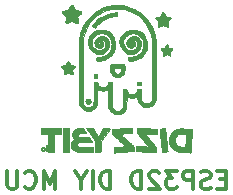
<source format=gbr>
G04 #@! TF.GenerationSoftware,KiCad,Pcbnew,(5.0.2)-1*
G04 #@! TF.CreationDate,2019-10-04T12:41:37+03:00*
G04 #@! TF.ProjectId,esp32d-diy,65737033-3264-42d6-9469-792e6b696361,1.0*
G04 #@! TF.SameCoordinates,Original*
G04 #@! TF.FileFunction,Legend,Bot*
G04 #@! TF.FilePolarity,Positive*
%FSLAX46Y46*%
G04 Gerber Fmt 4.6, Leading zero omitted, Abs format (unit mm)*
G04 Created by KiCad (PCBNEW (5.0.2)-1) date 04.10.2019 12:41:37*
%MOMM*%
%LPD*%
G01*
G04 APERTURE LIST*
%ADD10C,0.300000*%
%ADD11C,0.010000*%
G04 APERTURE END LIST*
D10*
X128629999Y-121304857D02*
X128129999Y-121304857D01*
X127915713Y-122090571D02*
X128629999Y-122090571D01*
X128629999Y-120590571D01*
X127915713Y-120590571D01*
X127344284Y-122019142D02*
X127129999Y-122090571D01*
X126772856Y-122090571D01*
X126629999Y-122019142D01*
X126558570Y-121947714D01*
X126487141Y-121804857D01*
X126487141Y-121662000D01*
X126558570Y-121519142D01*
X126629999Y-121447714D01*
X126772856Y-121376285D01*
X127058570Y-121304857D01*
X127201427Y-121233428D01*
X127272856Y-121162000D01*
X127344284Y-121019142D01*
X127344284Y-120876285D01*
X127272856Y-120733428D01*
X127201427Y-120662000D01*
X127058570Y-120590571D01*
X126701427Y-120590571D01*
X126487141Y-120662000D01*
X125844284Y-122090571D02*
X125844284Y-120590571D01*
X125272856Y-120590571D01*
X125129999Y-120662000D01*
X125058570Y-120733428D01*
X124987141Y-120876285D01*
X124987141Y-121090571D01*
X125058570Y-121233428D01*
X125129999Y-121304857D01*
X125272856Y-121376285D01*
X125844284Y-121376285D01*
X124487141Y-120590571D02*
X123558570Y-120590571D01*
X124058570Y-121162000D01*
X123844284Y-121162000D01*
X123701427Y-121233428D01*
X123629999Y-121304857D01*
X123558570Y-121447714D01*
X123558570Y-121804857D01*
X123629999Y-121947714D01*
X123701427Y-122019142D01*
X123844284Y-122090571D01*
X124272856Y-122090571D01*
X124415713Y-122019142D01*
X124487141Y-121947714D01*
X122987141Y-120733428D02*
X122915713Y-120662000D01*
X122772856Y-120590571D01*
X122415713Y-120590571D01*
X122272856Y-120662000D01*
X122201427Y-120733428D01*
X122129999Y-120876285D01*
X122129999Y-121019142D01*
X122201427Y-121233428D01*
X123058570Y-122090571D01*
X122129999Y-122090571D01*
X121487141Y-122090571D02*
X121487141Y-120590571D01*
X121129998Y-120590571D01*
X120915713Y-120662000D01*
X120772856Y-120804857D01*
X120701427Y-120947714D01*
X120629998Y-121233428D01*
X120629998Y-121447714D01*
X120701427Y-121733428D01*
X120772856Y-121876285D01*
X120915713Y-122019142D01*
X121129998Y-122090571D01*
X121487141Y-122090571D01*
X118844284Y-122090571D02*
X118844284Y-120590571D01*
X118487141Y-120590571D01*
X118272856Y-120662000D01*
X118129999Y-120804857D01*
X118058570Y-120947714D01*
X117987141Y-121233428D01*
X117987141Y-121447714D01*
X118058570Y-121733428D01*
X118129999Y-121876285D01*
X118272856Y-122019142D01*
X118487141Y-122090571D01*
X118844284Y-122090571D01*
X117344284Y-122090571D02*
X117344284Y-120590571D01*
X116344284Y-121376285D02*
X116344284Y-122090571D01*
X116844284Y-120590571D02*
X116344284Y-121376285D01*
X115844284Y-120590571D01*
X114201427Y-122090571D02*
X114201427Y-120590571D01*
X113701427Y-121662000D01*
X113201427Y-120590571D01*
X113201427Y-122090571D01*
X111629998Y-121947714D02*
X111701427Y-122019142D01*
X111915713Y-122090571D01*
X112058570Y-122090571D01*
X112272856Y-122019142D01*
X112415713Y-121876285D01*
X112487141Y-121733428D01*
X112558570Y-121447714D01*
X112558570Y-121233428D01*
X112487141Y-120947714D01*
X112415713Y-120804857D01*
X112272856Y-120662000D01*
X112058570Y-120590571D01*
X111915713Y-120590571D01*
X111701427Y-120662000D01*
X111629998Y-120733428D01*
X110987141Y-120590571D02*
X110987141Y-121804857D01*
X110915713Y-121947714D01*
X110844284Y-122019142D01*
X110701427Y-122090571D01*
X110415713Y-122090571D01*
X110272856Y-122019142D01*
X110201427Y-121947714D01*
X110129999Y-121804857D01*
X110129999Y-120590571D01*
D11*
G04 #@! TO.C,U3*
G36*
X124786996Y-116999940D02*
X124713933Y-117002817D01*
X124649197Y-117008587D01*
X124590901Y-117017378D01*
X124537156Y-117029315D01*
X124486075Y-117044525D01*
X124435772Y-117063134D01*
X124384359Y-117085269D01*
X124375659Y-117089258D01*
X124269640Y-117147821D01*
X124168217Y-117222225D01*
X124075502Y-117308787D01*
X123995607Y-117403819D01*
X123952200Y-117468881D01*
X123905554Y-117560268D01*
X123866114Y-117664450D01*
X123835562Y-117775242D01*
X123815582Y-117886459D01*
X123807859Y-117991915D01*
X123807821Y-117999308D01*
X123816330Y-118120109D01*
X123840780Y-118243750D01*
X123879548Y-118364928D01*
X123931015Y-118478343D01*
X123978279Y-118557046D01*
X124030168Y-118622789D01*
X124096070Y-118689945D01*
X124171051Y-118754293D01*
X124250177Y-118811610D01*
X124328514Y-118857675D01*
X124331167Y-118859025D01*
X124377146Y-118881537D01*
X124420772Y-118900912D01*
X124464165Y-118917539D01*
X124509447Y-118931807D01*
X124558739Y-118944104D01*
X124614162Y-118954818D01*
X124677837Y-118964338D01*
X124751885Y-118973052D01*
X124838428Y-118981348D01*
X124939587Y-118989614D01*
X125057482Y-118998240D01*
X125112296Y-119002050D01*
X125204350Y-119008410D01*
X125291798Y-119014516D01*
X125372343Y-119020203D01*
X125443688Y-119025306D01*
X125503535Y-119029659D01*
X125549586Y-119033099D01*
X125579545Y-119035458D01*
X125588637Y-119036267D01*
X125635056Y-119040936D01*
X125640472Y-118999461D01*
X125642228Y-118981343D01*
X125645106Y-118945835D01*
X125648996Y-118894565D01*
X125653788Y-118829160D01*
X125659373Y-118751247D01*
X125665642Y-118662453D01*
X125672486Y-118564407D01*
X125679795Y-118458735D01*
X125687459Y-118347064D01*
X125695370Y-118231022D01*
X125703418Y-118112236D01*
X125711494Y-117992333D01*
X125719489Y-117872941D01*
X125727292Y-117755687D01*
X125734795Y-117642198D01*
X125741888Y-117534102D01*
X125745051Y-117485464D01*
X125258704Y-117485464D01*
X125257667Y-117513378D01*
X125255529Y-117556674D01*
X125252428Y-117613183D01*
X125248502Y-117680738D01*
X125243890Y-117757169D01*
X125238729Y-117840310D01*
X125233156Y-117927991D01*
X125227309Y-118018043D01*
X125221327Y-118108300D01*
X125215348Y-118196592D01*
X125209508Y-118280751D01*
X125203946Y-118358609D01*
X125198799Y-118427997D01*
X125194206Y-118486747D01*
X125194193Y-118486909D01*
X125188317Y-118559413D01*
X125123128Y-118553719D01*
X125089505Y-118550975D01*
X125041703Y-118547329D01*
X124985263Y-118543192D01*
X124925727Y-118538975D01*
X124904747Y-118537526D01*
X124821296Y-118530787D01*
X124753707Y-118522711D01*
X124698080Y-118512453D01*
X124650516Y-118499170D01*
X124607117Y-118482016D01*
X124575040Y-118466149D01*
X124495019Y-118412895D01*
X124428467Y-118346313D01*
X124376123Y-118268196D01*
X124338727Y-118180341D01*
X124317020Y-118084542D01*
X124311741Y-117982594D01*
X124323632Y-117876292D01*
X124326307Y-117863048D01*
X124355944Y-117767981D01*
X124401714Y-117681460D01*
X124461650Y-117605411D01*
X124533784Y-117541758D01*
X124616148Y-117492426D01*
X124706777Y-117459340D01*
X124747951Y-117450561D01*
X124776317Y-117446714D01*
X124807954Y-117444586D01*
X124846118Y-117444221D01*
X124894068Y-117445659D01*
X124955062Y-117448946D01*
X125032357Y-117454122D01*
X125035345Y-117454334D01*
X125098904Y-117459067D01*
X125155635Y-117463696D01*
X125202640Y-117467951D01*
X125237016Y-117471563D01*
X125255865Y-117474262D01*
X125258504Y-117475101D01*
X125258704Y-117485464D01*
X125745051Y-117485464D01*
X125748462Y-117433026D01*
X125754408Y-117340597D01*
X125759617Y-117258443D01*
X125763978Y-117188190D01*
X125767383Y-117131467D01*
X125769722Y-117089900D01*
X125770886Y-117065117D01*
X125770896Y-117058466D01*
X125760521Y-117056960D01*
X125732466Y-117054258D01*
X125688768Y-117050523D01*
X125631466Y-117045915D01*
X125562600Y-117040598D01*
X125484208Y-117034731D01*
X125398328Y-117028478D01*
X125343264Y-117024551D01*
X125200258Y-117014850D01*
X125075016Y-117007413D01*
X124965650Y-117002364D01*
X124870272Y-116999831D01*
X124786996Y-116999940D01*
X124786996Y-116999940D01*
G37*
X124786996Y-116999940D02*
X124713933Y-117002817D01*
X124649197Y-117008587D01*
X124590901Y-117017378D01*
X124537156Y-117029315D01*
X124486075Y-117044525D01*
X124435772Y-117063134D01*
X124384359Y-117085269D01*
X124375659Y-117089258D01*
X124269640Y-117147821D01*
X124168217Y-117222225D01*
X124075502Y-117308787D01*
X123995607Y-117403819D01*
X123952200Y-117468881D01*
X123905554Y-117560268D01*
X123866114Y-117664450D01*
X123835562Y-117775242D01*
X123815582Y-117886459D01*
X123807859Y-117991915D01*
X123807821Y-117999308D01*
X123816330Y-118120109D01*
X123840780Y-118243750D01*
X123879548Y-118364928D01*
X123931015Y-118478343D01*
X123978279Y-118557046D01*
X124030168Y-118622789D01*
X124096070Y-118689945D01*
X124171051Y-118754293D01*
X124250177Y-118811610D01*
X124328514Y-118857675D01*
X124331167Y-118859025D01*
X124377146Y-118881537D01*
X124420772Y-118900912D01*
X124464165Y-118917539D01*
X124509447Y-118931807D01*
X124558739Y-118944104D01*
X124614162Y-118954818D01*
X124677837Y-118964338D01*
X124751885Y-118973052D01*
X124838428Y-118981348D01*
X124939587Y-118989614D01*
X125057482Y-118998240D01*
X125112296Y-119002050D01*
X125204350Y-119008410D01*
X125291798Y-119014516D01*
X125372343Y-119020203D01*
X125443688Y-119025306D01*
X125503535Y-119029659D01*
X125549586Y-119033099D01*
X125579545Y-119035458D01*
X125588637Y-119036267D01*
X125635056Y-119040936D01*
X125640472Y-118999461D01*
X125642228Y-118981343D01*
X125645106Y-118945835D01*
X125648996Y-118894565D01*
X125653788Y-118829160D01*
X125659373Y-118751247D01*
X125665642Y-118662453D01*
X125672486Y-118564407D01*
X125679795Y-118458735D01*
X125687459Y-118347064D01*
X125695370Y-118231022D01*
X125703418Y-118112236D01*
X125711494Y-117992333D01*
X125719489Y-117872941D01*
X125727292Y-117755687D01*
X125734795Y-117642198D01*
X125741888Y-117534102D01*
X125745051Y-117485464D01*
X125258704Y-117485464D01*
X125257667Y-117513378D01*
X125255529Y-117556674D01*
X125252428Y-117613183D01*
X125248502Y-117680738D01*
X125243890Y-117757169D01*
X125238729Y-117840310D01*
X125233156Y-117927991D01*
X125227309Y-118018043D01*
X125221327Y-118108300D01*
X125215348Y-118196592D01*
X125209508Y-118280751D01*
X125203946Y-118358609D01*
X125198799Y-118427997D01*
X125194206Y-118486747D01*
X125194193Y-118486909D01*
X125188317Y-118559413D01*
X125123128Y-118553719D01*
X125089505Y-118550975D01*
X125041703Y-118547329D01*
X124985263Y-118543192D01*
X124925727Y-118538975D01*
X124904747Y-118537526D01*
X124821296Y-118530787D01*
X124753707Y-118522711D01*
X124698080Y-118512453D01*
X124650516Y-118499170D01*
X124607117Y-118482016D01*
X124575040Y-118466149D01*
X124495019Y-118412895D01*
X124428467Y-118346313D01*
X124376123Y-118268196D01*
X124338727Y-118180341D01*
X124317020Y-118084542D01*
X124311741Y-117982594D01*
X124323632Y-117876292D01*
X124326307Y-117863048D01*
X124355944Y-117767981D01*
X124401714Y-117681460D01*
X124461650Y-117605411D01*
X124533784Y-117541758D01*
X124616148Y-117492426D01*
X124706777Y-117459340D01*
X124747951Y-117450561D01*
X124776317Y-117446714D01*
X124807954Y-117444586D01*
X124846118Y-117444221D01*
X124894068Y-117445659D01*
X124955062Y-117448946D01*
X125032357Y-117454122D01*
X125035345Y-117454334D01*
X125098904Y-117459067D01*
X125155635Y-117463696D01*
X125202640Y-117467951D01*
X125237016Y-117471563D01*
X125255865Y-117474262D01*
X125258504Y-117475101D01*
X125258704Y-117485464D01*
X125745051Y-117485464D01*
X125748462Y-117433026D01*
X125754408Y-117340597D01*
X125759617Y-117258443D01*
X125763978Y-117188190D01*
X125767383Y-117131467D01*
X125769722Y-117089900D01*
X125770886Y-117065117D01*
X125770896Y-117058466D01*
X125760521Y-117056960D01*
X125732466Y-117054258D01*
X125688768Y-117050523D01*
X125631466Y-117045915D01*
X125562600Y-117040598D01*
X125484208Y-117034731D01*
X125398328Y-117028478D01*
X125343264Y-117024551D01*
X125200258Y-117014850D01*
X125075016Y-117007413D01*
X124965650Y-117002364D01*
X124870272Y-116999831D01*
X124786996Y-116999940D01*
G36*
X120613171Y-116927403D02*
X120582639Y-116929626D01*
X120536220Y-116933196D01*
X120475687Y-116937965D01*
X120402817Y-116943788D01*
X120319382Y-116950517D01*
X120227159Y-116958005D01*
X120127921Y-116966106D01*
X120023444Y-116974672D01*
X119915503Y-116983557D01*
X119805872Y-116992613D01*
X119696325Y-117001694D01*
X119588639Y-117010654D01*
X119484587Y-117019344D01*
X119385944Y-117027619D01*
X119294485Y-117035330D01*
X119211984Y-117042333D01*
X119140217Y-117048479D01*
X119080959Y-117053621D01*
X119035983Y-117057614D01*
X119007065Y-117060309D01*
X118995980Y-117061560D01*
X118995924Y-117061583D01*
X118995651Y-117071760D01*
X118996868Y-117098789D01*
X118999392Y-117139828D01*
X119003042Y-117192033D01*
X119007636Y-117252560D01*
X119010060Y-117282953D01*
X119027766Y-117501663D01*
X119087755Y-117558861D01*
X119113370Y-117582932D01*
X119151560Y-117618336D01*
X119200597Y-117663503D01*
X119258754Y-117716863D01*
X119324302Y-117776843D01*
X119395514Y-117841873D01*
X119470661Y-117910383D01*
X119548016Y-117980800D01*
X119625850Y-118051554D01*
X119702437Y-118121073D01*
X119776047Y-118187788D01*
X119844953Y-118250126D01*
X119907428Y-118306517D01*
X119961742Y-118355389D01*
X120006169Y-118395172D01*
X120038981Y-118424295D01*
X120054328Y-118437682D01*
X120142305Y-118513238D01*
X120050238Y-118520003D01*
X119951511Y-118527371D01*
X119850345Y-118535131D01*
X119748689Y-118543116D01*
X119648492Y-118551160D01*
X119551701Y-118559098D01*
X119460267Y-118566763D01*
X119376138Y-118573989D01*
X119301263Y-118580610D01*
X119237591Y-118586460D01*
X119187071Y-118591373D01*
X119151651Y-118595184D01*
X119133281Y-118597725D01*
X119131206Y-118598304D01*
X119127732Y-118607854D01*
X119126510Y-118631724D01*
X119127574Y-118671243D01*
X119130960Y-118727743D01*
X119136593Y-118801219D01*
X119141552Y-118862790D01*
X119145891Y-118918744D01*
X119149359Y-118965664D01*
X119151704Y-119000134D01*
X119152674Y-119018739D01*
X119152686Y-119019755D01*
X119155868Y-119035131D01*
X119169235Y-119040674D01*
X119184805Y-119040834D01*
X119199467Y-119039841D01*
X119232288Y-119037309D01*
X119281730Y-119033367D01*
X119346255Y-119028140D01*
X119424325Y-119021755D01*
X119514403Y-119014339D01*
X119614951Y-119006016D01*
X119724432Y-118996915D01*
X119841307Y-118987161D01*
X119964039Y-118976881D01*
X120021155Y-118972085D01*
X120145229Y-118961613D01*
X120263551Y-118951540D01*
X120374652Y-118941996D01*
X120477062Y-118933113D01*
X120569312Y-118925019D01*
X120649934Y-118917845D01*
X120717458Y-118911722D01*
X120770415Y-118906779D01*
X120807336Y-118903146D01*
X120826752Y-118900955D01*
X120829433Y-118900445D01*
X120829803Y-118889859D01*
X120828601Y-118862437D01*
X120826016Y-118821030D01*
X120822232Y-118768489D01*
X120817436Y-118707665D01*
X120814767Y-118675638D01*
X120796052Y-118454879D01*
X120766391Y-118429700D01*
X120753952Y-118418835D01*
X120728094Y-118396003D01*
X120690151Y-118362388D01*
X120641458Y-118319177D01*
X120583350Y-118267556D01*
X120517163Y-118208711D01*
X120444230Y-118143829D01*
X120365887Y-118074094D01*
X120283469Y-118000694D01*
X120261398Y-117981032D01*
X120176796Y-117905812D01*
X120094810Y-117833218D01*
X120016920Y-117764538D01*
X119944605Y-117701065D01*
X119879345Y-117644090D01*
X119822620Y-117594904D01*
X119775910Y-117554798D01*
X119740694Y-117525064D01*
X119718452Y-117506992D01*
X119715916Y-117505058D01*
X119645764Y-117452574D01*
X119717960Y-117447262D01*
X119800632Y-117441085D01*
X119889314Y-117434292D01*
X119981936Y-117427054D01*
X120076431Y-117419545D01*
X120170731Y-117411936D01*
X120262768Y-117404400D01*
X120350473Y-117397110D01*
X120431780Y-117390239D01*
X120504620Y-117383958D01*
X120566925Y-117378440D01*
X120616628Y-117373857D01*
X120651659Y-117370383D01*
X120669952Y-117368189D01*
X120672161Y-117367678D01*
X120672776Y-117356876D01*
X120671860Y-117329264D01*
X120669580Y-117287727D01*
X120666104Y-117235147D01*
X120661598Y-117174409D01*
X120659260Y-117144952D01*
X120653226Y-117072717D01*
X120648126Y-117017943D01*
X120643617Y-116978368D01*
X120639353Y-116951726D01*
X120634990Y-116935755D01*
X120630184Y-116928191D01*
X120626039Y-116926673D01*
X120613171Y-116927403D01*
X120613171Y-116927403D01*
G37*
X120613171Y-116927403D02*
X120582639Y-116929626D01*
X120536220Y-116933196D01*
X120475687Y-116937965D01*
X120402817Y-116943788D01*
X120319382Y-116950517D01*
X120227159Y-116958005D01*
X120127921Y-116966106D01*
X120023444Y-116974672D01*
X119915503Y-116983557D01*
X119805872Y-116992613D01*
X119696325Y-117001694D01*
X119588639Y-117010654D01*
X119484587Y-117019344D01*
X119385944Y-117027619D01*
X119294485Y-117035330D01*
X119211984Y-117042333D01*
X119140217Y-117048479D01*
X119080959Y-117053621D01*
X119035983Y-117057614D01*
X119007065Y-117060309D01*
X118995980Y-117061560D01*
X118995924Y-117061583D01*
X118995651Y-117071760D01*
X118996868Y-117098789D01*
X118999392Y-117139828D01*
X119003042Y-117192033D01*
X119007636Y-117252560D01*
X119010060Y-117282953D01*
X119027766Y-117501663D01*
X119087755Y-117558861D01*
X119113370Y-117582932D01*
X119151560Y-117618336D01*
X119200597Y-117663503D01*
X119258754Y-117716863D01*
X119324302Y-117776843D01*
X119395514Y-117841873D01*
X119470661Y-117910383D01*
X119548016Y-117980800D01*
X119625850Y-118051554D01*
X119702437Y-118121073D01*
X119776047Y-118187788D01*
X119844953Y-118250126D01*
X119907428Y-118306517D01*
X119961742Y-118355389D01*
X120006169Y-118395172D01*
X120038981Y-118424295D01*
X120054328Y-118437682D01*
X120142305Y-118513238D01*
X120050238Y-118520003D01*
X119951511Y-118527371D01*
X119850345Y-118535131D01*
X119748689Y-118543116D01*
X119648492Y-118551160D01*
X119551701Y-118559098D01*
X119460267Y-118566763D01*
X119376138Y-118573989D01*
X119301263Y-118580610D01*
X119237591Y-118586460D01*
X119187071Y-118591373D01*
X119151651Y-118595184D01*
X119133281Y-118597725D01*
X119131206Y-118598304D01*
X119127732Y-118607854D01*
X119126510Y-118631724D01*
X119127574Y-118671243D01*
X119130960Y-118727743D01*
X119136593Y-118801219D01*
X119141552Y-118862790D01*
X119145891Y-118918744D01*
X119149359Y-118965664D01*
X119151704Y-119000134D01*
X119152674Y-119018739D01*
X119152686Y-119019755D01*
X119155868Y-119035131D01*
X119169235Y-119040674D01*
X119184805Y-119040834D01*
X119199467Y-119039841D01*
X119232288Y-119037309D01*
X119281730Y-119033367D01*
X119346255Y-119028140D01*
X119424325Y-119021755D01*
X119514403Y-119014339D01*
X119614951Y-119006016D01*
X119724432Y-118996915D01*
X119841307Y-118987161D01*
X119964039Y-118976881D01*
X120021155Y-118972085D01*
X120145229Y-118961613D01*
X120263551Y-118951540D01*
X120374652Y-118941996D01*
X120477062Y-118933113D01*
X120569312Y-118925019D01*
X120649934Y-118917845D01*
X120717458Y-118911722D01*
X120770415Y-118906779D01*
X120807336Y-118903146D01*
X120826752Y-118900955D01*
X120829433Y-118900445D01*
X120829803Y-118889859D01*
X120828601Y-118862437D01*
X120826016Y-118821030D01*
X120822232Y-118768489D01*
X120817436Y-118707665D01*
X120814767Y-118675638D01*
X120796052Y-118454879D01*
X120766391Y-118429700D01*
X120753952Y-118418835D01*
X120728094Y-118396003D01*
X120690151Y-118362388D01*
X120641458Y-118319177D01*
X120583350Y-118267556D01*
X120517163Y-118208711D01*
X120444230Y-118143829D01*
X120365887Y-118074094D01*
X120283469Y-118000694D01*
X120261398Y-117981032D01*
X120176796Y-117905812D01*
X120094810Y-117833218D01*
X120016920Y-117764538D01*
X119944605Y-117701065D01*
X119879345Y-117644090D01*
X119822620Y-117594904D01*
X119775910Y-117554798D01*
X119740694Y-117525064D01*
X119718452Y-117506992D01*
X119715916Y-117505058D01*
X119645764Y-117452574D01*
X119717960Y-117447262D01*
X119800632Y-117441085D01*
X119889314Y-117434292D01*
X119981936Y-117427054D01*
X120076431Y-117419545D01*
X120170731Y-117411936D01*
X120262768Y-117404400D01*
X120350473Y-117397110D01*
X120431780Y-117390239D01*
X120504620Y-117383958D01*
X120566925Y-117378440D01*
X120616628Y-117373857D01*
X120651659Y-117370383D01*
X120669952Y-117368189D01*
X120672161Y-117367678D01*
X120672776Y-117356876D01*
X120671860Y-117329264D01*
X120669580Y-117287727D01*
X120666104Y-117235147D01*
X120661598Y-117174409D01*
X120659260Y-117144952D01*
X120653226Y-117072717D01*
X120648126Y-117017943D01*
X120643617Y-116978368D01*
X120639353Y-116951726D01*
X120634990Y-116935755D01*
X120630184Y-116928191D01*
X120626039Y-116926673D01*
X120613171Y-116927403D01*
G36*
X121157209Y-116945792D02*
X121156670Y-116945936D01*
X121153995Y-116957271D01*
X121150558Y-116985415D01*
X121146623Y-117027437D01*
X121142453Y-117080406D01*
X121138311Y-117141390D01*
X121136608Y-117169292D01*
X121123805Y-117386220D01*
X121518745Y-117865721D01*
X121590861Y-117953201D01*
X121661458Y-118038692D01*
X121729155Y-118120533D01*
X121792575Y-118197064D01*
X121850338Y-118266623D01*
X121901066Y-118327551D01*
X121943379Y-118378187D01*
X121975898Y-118416869D01*
X121997225Y-118441915D01*
X122028107Y-118478219D01*
X122053234Y-118508832D01*
X122070311Y-118530874D01*
X122077039Y-118541466D01*
X122076977Y-118541931D01*
X122065994Y-118542502D01*
X122040956Y-118540759D01*
X122008949Y-118537274D01*
X121983550Y-118534740D01*
X121942748Y-118531432D01*
X121888883Y-118527488D01*
X121824294Y-118523048D01*
X121751319Y-118518250D01*
X121672297Y-118513231D01*
X121589566Y-118508130D01*
X121505467Y-118503086D01*
X121422337Y-118498237D01*
X121342515Y-118493720D01*
X121268340Y-118489676D01*
X121202151Y-118486241D01*
X121146287Y-118483554D01*
X121103086Y-118481753D01*
X121074887Y-118480978D01*
X121064029Y-118481365D01*
X121064006Y-118481384D01*
X121062088Y-118492108D01*
X121059383Y-118519066D01*
X121056110Y-118558791D01*
X121052489Y-118607818D01*
X121048739Y-118662681D01*
X121045078Y-118719912D01*
X121041725Y-118776048D01*
X121038900Y-118827621D01*
X121036822Y-118871165D01*
X121035709Y-118903214D01*
X121035781Y-118920303D01*
X121036153Y-118922141D01*
X121046146Y-118923162D01*
X121074104Y-118925232D01*
X121118259Y-118928244D01*
X121176843Y-118932091D01*
X121248090Y-118936667D01*
X121330230Y-118941863D01*
X121421496Y-118947573D01*
X121520121Y-118953690D01*
X121624336Y-118960105D01*
X121732375Y-118966713D01*
X121842468Y-118973406D01*
X121952849Y-118980076D01*
X122061750Y-118986617D01*
X122167403Y-118992922D01*
X122268040Y-118998883D01*
X122361893Y-119004393D01*
X122447195Y-119009344D01*
X122522178Y-119013631D01*
X122585074Y-119017145D01*
X122634116Y-119019779D01*
X122667535Y-119021427D01*
X122682877Y-119021978D01*
X122699915Y-119019998D01*
X122708861Y-119010060D01*
X122713799Y-118986796D01*
X122714646Y-118980222D01*
X122716892Y-118956709D01*
X122719892Y-118917585D01*
X122723362Y-118866977D01*
X122727017Y-118809014D01*
X122730006Y-118757913D01*
X122740170Y-118577607D01*
X122308258Y-118066084D01*
X122233213Y-117977378D01*
X122160333Y-117891559D01*
X122090871Y-117810083D01*
X122026081Y-117734405D01*
X121967217Y-117665982D01*
X121915534Y-117606269D01*
X121872284Y-117556723D01*
X121838722Y-117518799D01*
X121816102Y-117493953D01*
X121810246Y-117487848D01*
X121783338Y-117460784D01*
X121765811Y-117441608D01*
X121759284Y-117429306D01*
X121765378Y-117422861D01*
X121785712Y-117421260D01*
X121821906Y-117423486D01*
X121875578Y-117428525D01*
X121900988Y-117430976D01*
X121937456Y-117434080D01*
X121989017Y-117437935D01*
X122052782Y-117442369D01*
X122125861Y-117447208D01*
X122205363Y-117452279D01*
X122288399Y-117457409D01*
X122372079Y-117462426D01*
X122453513Y-117467155D01*
X122529811Y-117471424D01*
X122598084Y-117475059D01*
X122655440Y-117477888D01*
X122698992Y-117479738D01*
X122725848Y-117480435D01*
X122726653Y-117480436D01*
X122776687Y-117480436D01*
X122789100Y-117262308D01*
X122792535Y-117198804D01*
X122795252Y-117142221D01*
X122797143Y-117095437D01*
X122798097Y-117061328D01*
X122798004Y-117042769D01*
X122797588Y-117040255D01*
X122787031Y-117038758D01*
X122758523Y-117036313D01*
X122713843Y-117033023D01*
X122654768Y-117028989D01*
X122583078Y-117024314D01*
X122500549Y-117019101D01*
X122408962Y-117013450D01*
X122310093Y-117007465D01*
X122205720Y-117001248D01*
X122097624Y-116994901D01*
X121987580Y-116988525D01*
X121877369Y-116982225D01*
X121768767Y-116976100D01*
X121663553Y-116970255D01*
X121563506Y-116964790D01*
X121470404Y-116959809D01*
X121386024Y-116955413D01*
X121312146Y-116951705D01*
X121250547Y-116948786D01*
X121203006Y-116946760D01*
X121171300Y-116945728D01*
X121157209Y-116945792D01*
X121157209Y-116945792D01*
G37*
X121157209Y-116945792D02*
X121156670Y-116945936D01*
X121153995Y-116957271D01*
X121150558Y-116985415D01*
X121146623Y-117027437D01*
X121142453Y-117080406D01*
X121138311Y-117141390D01*
X121136608Y-117169292D01*
X121123805Y-117386220D01*
X121518745Y-117865721D01*
X121590861Y-117953201D01*
X121661458Y-118038692D01*
X121729155Y-118120533D01*
X121792575Y-118197064D01*
X121850338Y-118266623D01*
X121901066Y-118327551D01*
X121943379Y-118378187D01*
X121975898Y-118416869D01*
X121997225Y-118441915D01*
X122028107Y-118478219D01*
X122053234Y-118508832D01*
X122070311Y-118530874D01*
X122077039Y-118541466D01*
X122076977Y-118541931D01*
X122065994Y-118542502D01*
X122040956Y-118540759D01*
X122008949Y-118537274D01*
X121983550Y-118534740D01*
X121942748Y-118531432D01*
X121888883Y-118527488D01*
X121824294Y-118523048D01*
X121751319Y-118518250D01*
X121672297Y-118513231D01*
X121589566Y-118508130D01*
X121505467Y-118503086D01*
X121422337Y-118498237D01*
X121342515Y-118493720D01*
X121268340Y-118489676D01*
X121202151Y-118486241D01*
X121146287Y-118483554D01*
X121103086Y-118481753D01*
X121074887Y-118480978D01*
X121064029Y-118481365D01*
X121064006Y-118481384D01*
X121062088Y-118492108D01*
X121059383Y-118519066D01*
X121056110Y-118558791D01*
X121052489Y-118607818D01*
X121048739Y-118662681D01*
X121045078Y-118719912D01*
X121041725Y-118776048D01*
X121038900Y-118827621D01*
X121036822Y-118871165D01*
X121035709Y-118903214D01*
X121035781Y-118920303D01*
X121036153Y-118922141D01*
X121046146Y-118923162D01*
X121074104Y-118925232D01*
X121118259Y-118928244D01*
X121176843Y-118932091D01*
X121248090Y-118936667D01*
X121330230Y-118941863D01*
X121421496Y-118947573D01*
X121520121Y-118953690D01*
X121624336Y-118960105D01*
X121732375Y-118966713D01*
X121842468Y-118973406D01*
X121952849Y-118980076D01*
X122061750Y-118986617D01*
X122167403Y-118992922D01*
X122268040Y-118998883D01*
X122361893Y-119004393D01*
X122447195Y-119009344D01*
X122522178Y-119013631D01*
X122585074Y-119017145D01*
X122634116Y-119019779D01*
X122667535Y-119021427D01*
X122682877Y-119021978D01*
X122699915Y-119019998D01*
X122708861Y-119010060D01*
X122713799Y-118986796D01*
X122714646Y-118980222D01*
X122716892Y-118956709D01*
X122719892Y-118917585D01*
X122723362Y-118866977D01*
X122727017Y-118809014D01*
X122730006Y-118757913D01*
X122740170Y-118577607D01*
X122308258Y-118066084D01*
X122233213Y-117977378D01*
X122160333Y-117891559D01*
X122090871Y-117810083D01*
X122026081Y-117734405D01*
X121967217Y-117665982D01*
X121915534Y-117606269D01*
X121872284Y-117556723D01*
X121838722Y-117518799D01*
X121816102Y-117493953D01*
X121810246Y-117487848D01*
X121783338Y-117460784D01*
X121765811Y-117441608D01*
X121759284Y-117429306D01*
X121765378Y-117422861D01*
X121785712Y-117421260D01*
X121821906Y-117423486D01*
X121875578Y-117428525D01*
X121900988Y-117430976D01*
X121937456Y-117434080D01*
X121989017Y-117437935D01*
X122052782Y-117442369D01*
X122125861Y-117447208D01*
X122205363Y-117452279D01*
X122288399Y-117457409D01*
X122372079Y-117462426D01*
X122453513Y-117467155D01*
X122529811Y-117471424D01*
X122598084Y-117475059D01*
X122655440Y-117477888D01*
X122698992Y-117479738D01*
X122725848Y-117480435D01*
X122726653Y-117480436D01*
X122776687Y-117480436D01*
X122789100Y-117262308D01*
X122792535Y-117198804D01*
X122795252Y-117142221D01*
X122797143Y-117095437D01*
X122798097Y-117061328D01*
X122798004Y-117042769D01*
X122797588Y-117040255D01*
X122787031Y-117038758D01*
X122758523Y-117036313D01*
X122713843Y-117033023D01*
X122654768Y-117028989D01*
X122583078Y-117024314D01*
X122500549Y-117019101D01*
X122408962Y-117013450D01*
X122310093Y-117007465D01*
X122205720Y-117001248D01*
X122097624Y-116994901D01*
X121987580Y-116988525D01*
X121877369Y-116982225D01*
X121768767Y-116976100D01*
X121663553Y-116970255D01*
X121563506Y-116964790D01*
X121470404Y-116959809D01*
X121386024Y-116955413D01*
X121312146Y-116951705D01*
X121250547Y-116948786D01*
X121203006Y-116946760D01*
X121171300Y-116945728D01*
X121157209Y-116945792D01*
G36*
X123454979Y-116975675D02*
X123415111Y-116978543D01*
X123365572Y-116982584D01*
X123309690Y-116987487D01*
X123250792Y-116992936D01*
X123192206Y-116998618D01*
X123137258Y-117004219D01*
X123089278Y-117009426D01*
X123051591Y-117013925D01*
X123027525Y-117017403D01*
X123020332Y-117019222D01*
X123020983Y-117029131D01*
X123023522Y-117057080D01*
X123027783Y-117101452D01*
X123033599Y-117160628D01*
X123040803Y-117232988D01*
X123049229Y-117316916D01*
X123058711Y-117410792D01*
X123069082Y-117512997D01*
X123080176Y-117621914D01*
X123091825Y-117735923D01*
X123103864Y-117853406D01*
X123116126Y-117972745D01*
X123128444Y-118092320D01*
X123140652Y-118210514D01*
X123152584Y-118325708D01*
X123164072Y-118436283D01*
X123174951Y-118540621D01*
X123185053Y-118637103D01*
X123194213Y-118724110D01*
X123202263Y-118800025D01*
X123209038Y-118863228D01*
X123214370Y-118912101D01*
X123218093Y-118945026D01*
X123220041Y-118960383D01*
X123220053Y-118960455D01*
X123221999Y-118971646D01*
X123225079Y-118980199D01*
X123231517Y-118986184D01*
X123243538Y-118989671D01*
X123263368Y-118990729D01*
X123293229Y-118989427D01*
X123335348Y-118985836D01*
X123391948Y-118980025D01*
X123465254Y-118972063D01*
X123493263Y-118969000D01*
X123553175Y-118962198D01*
X123606215Y-118955684D01*
X123649302Y-118949879D01*
X123679356Y-118945200D01*
X123693294Y-118942066D01*
X123693806Y-118941753D01*
X123693651Y-118931331D01*
X123691572Y-118902865D01*
X123687732Y-118857970D01*
X123682296Y-118798258D01*
X123675430Y-118725341D01*
X123667299Y-118640834D01*
X123658069Y-118546349D01*
X123647903Y-118443498D01*
X123636968Y-118333896D01*
X123625429Y-118219154D01*
X123613450Y-118100885D01*
X123601197Y-117980703D01*
X123588835Y-117860221D01*
X123576529Y-117741050D01*
X123564445Y-117624806D01*
X123552747Y-117513099D01*
X123541601Y-117407544D01*
X123531171Y-117309752D01*
X123521624Y-117221338D01*
X123513123Y-117143913D01*
X123505835Y-117079091D01*
X123499924Y-117028486D01*
X123495556Y-116993708D01*
X123492896Y-116976373D01*
X123492393Y-116974718D01*
X123481849Y-116974296D01*
X123454979Y-116975675D01*
X123454979Y-116975675D01*
G37*
X123454979Y-116975675D02*
X123415111Y-116978543D01*
X123365572Y-116982584D01*
X123309690Y-116987487D01*
X123250792Y-116992936D01*
X123192206Y-116998618D01*
X123137258Y-117004219D01*
X123089278Y-117009426D01*
X123051591Y-117013925D01*
X123027525Y-117017403D01*
X123020332Y-117019222D01*
X123020983Y-117029131D01*
X123023522Y-117057080D01*
X123027783Y-117101452D01*
X123033599Y-117160628D01*
X123040803Y-117232988D01*
X123049229Y-117316916D01*
X123058711Y-117410792D01*
X123069082Y-117512997D01*
X123080176Y-117621914D01*
X123091825Y-117735923D01*
X123103864Y-117853406D01*
X123116126Y-117972745D01*
X123128444Y-118092320D01*
X123140652Y-118210514D01*
X123152584Y-118325708D01*
X123164072Y-118436283D01*
X123174951Y-118540621D01*
X123185053Y-118637103D01*
X123194213Y-118724110D01*
X123202263Y-118800025D01*
X123209038Y-118863228D01*
X123214370Y-118912101D01*
X123218093Y-118945026D01*
X123220041Y-118960383D01*
X123220053Y-118960455D01*
X123221999Y-118971646D01*
X123225079Y-118980199D01*
X123231517Y-118986184D01*
X123243538Y-118989671D01*
X123263368Y-118990729D01*
X123293229Y-118989427D01*
X123335348Y-118985836D01*
X123391948Y-118980025D01*
X123465254Y-118972063D01*
X123493263Y-118969000D01*
X123553175Y-118962198D01*
X123606215Y-118955684D01*
X123649302Y-118949879D01*
X123679356Y-118945200D01*
X123693294Y-118942066D01*
X123693806Y-118941753D01*
X123693651Y-118931331D01*
X123691572Y-118902865D01*
X123687732Y-118857970D01*
X123682296Y-118798258D01*
X123675430Y-118725341D01*
X123667299Y-118640834D01*
X123658069Y-118546349D01*
X123647903Y-118443498D01*
X123636968Y-118333896D01*
X123625429Y-118219154D01*
X123613450Y-118100885D01*
X123601197Y-117980703D01*
X123588835Y-117860221D01*
X123576529Y-117741050D01*
X123564445Y-117624806D01*
X123552747Y-117513099D01*
X123541601Y-117407544D01*
X123531171Y-117309752D01*
X123521624Y-117221338D01*
X123513123Y-117143913D01*
X123505835Y-117079091D01*
X123499924Y-117028486D01*
X123495556Y-116993708D01*
X123492896Y-116976373D01*
X123492393Y-116974718D01*
X123481849Y-116974296D01*
X123454979Y-116975675D01*
G36*
X117012896Y-116976539D02*
X116950169Y-116976963D01*
X116896972Y-116977618D01*
X116855872Y-116978465D01*
X116829437Y-116979463D01*
X116820233Y-116980555D01*
X116825560Y-116989279D01*
X116840942Y-117013100D01*
X116865484Y-117050658D01*
X116898289Y-117100597D01*
X116938462Y-117161555D01*
X116985107Y-117232176D01*
X117037328Y-117311100D01*
X117094229Y-117396969D01*
X117154914Y-117488423D01*
X117186839Y-117536489D01*
X117553444Y-118088257D01*
X117547107Y-118530533D01*
X117540770Y-118972810D01*
X117658289Y-118972810D01*
X117720388Y-118973438D01*
X117791404Y-118975128D01*
X117860532Y-118977585D01*
X117895958Y-118979270D01*
X117942128Y-118981442D01*
X117980230Y-118982643D01*
X118006442Y-118982796D01*
X118016943Y-118981823D01*
X118016988Y-118981741D01*
X118017340Y-118971343D01*
X118017997Y-118943190D01*
X118018918Y-118899286D01*
X118020065Y-118841641D01*
X118021397Y-118772260D01*
X118022877Y-118693151D01*
X118024463Y-118606321D01*
X118025690Y-118537918D01*
X118033513Y-118098085D01*
X118805699Y-117010981D01*
X118749406Y-117003498D01*
X118722394Y-117001353D01*
X118679579Y-116999698D01*
X118624920Y-116998605D01*
X118562378Y-116998148D01*
X118495912Y-116998398D01*
X118481101Y-116998556D01*
X118269089Y-117001097D01*
X118040346Y-117326738D01*
X117990301Y-117397744D01*
X117943599Y-117463548D01*
X117901494Y-117522420D01*
X117865238Y-117572627D01*
X117836084Y-117612437D01*
X117815287Y-117640120D01*
X117804098Y-117653942D01*
X117802669Y-117655190D01*
X117795495Y-117647815D01*
X117778712Y-117625587D01*
X117753500Y-117590216D01*
X117721039Y-117543410D01*
X117682509Y-117486879D01*
X117639090Y-117422332D01*
X117591962Y-117351478D01*
X117569334Y-117317195D01*
X117344932Y-116976389D01*
X117082583Y-116976389D01*
X117012896Y-116976539D01*
X117012896Y-116976539D01*
G37*
X117012896Y-116976539D02*
X116950169Y-116976963D01*
X116896972Y-116977618D01*
X116855872Y-116978465D01*
X116829437Y-116979463D01*
X116820233Y-116980555D01*
X116825560Y-116989279D01*
X116840942Y-117013100D01*
X116865484Y-117050658D01*
X116898289Y-117100597D01*
X116938462Y-117161555D01*
X116985107Y-117232176D01*
X117037328Y-117311100D01*
X117094229Y-117396969D01*
X117154914Y-117488423D01*
X117186839Y-117536489D01*
X117553444Y-118088257D01*
X117547107Y-118530533D01*
X117540770Y-118972810D01*
X117658289Y-118972810D01*
X117720388Y-118973438D01*
X117791404Y-118975128D01*
X117860532Y-118977585D01*
X117895958Y-118979270D01*
X117942128Y-118981442D01*
X117980230Y-118982643D01*
X118006442Y-118982796D01*
X118016943Y-118981823D01*
X118016988Y-118981741D01*
X118017340Y-118971343D01*
X118017997Y-118943190D01*
X118018918Y-118899286D01*
X118020065Y-118841641D01*
X118021397Y-118772260D01*
X118022877Y-118693151D01*
X118024463Y-118606321D01*
X118025690Y-118537918D01*
X118033513Y-118098085D01*
X118805699Y-117010981D01*
X118749406Y-117003498D01*
X118722394Y-117001353D01*
X118679579Y-116999698D01*
X118624920Y-116998605D01*
X118562378Y-116998148D01*
X118495912Y-116998398D01*
X118481101Y-116998556D01*
X118269089Y-117001097D01*
X118040346Y-117326738D01*
X117990301Y-117397744D01*
X117943599Y-117463548D01*
X117901494Y-117522420D01*
X117865238Y-117572627D01*
X117836084Y-117612437D01*
X117815287Y-117640120D01*
X117804098Y-117653942D01*
X117802669Y-117655190D01*
X117795495Y-117647815D01*
X117778712Y-117625587D01*
X117753500Y-117590216D01*
X117721039Y-117543410D01*
X117682509Y-117486879D01*
X117639090Y-117422332D01*
X117591962Y-117351478D01*
X117569334Y-117317195D01*
X117344932Y-116976389D01*
X117082583Y-116976389D01*
X117012896Y-116976539D01*
G36*
X116250376Y-116987431D02*
X116169643Y-116990506D01*
X116107575Y-116995666D01*
X116076760Y-117000269D01*
X115970053Y-117029249D01*
X115874795Y-117072548D01*
X115792119Y-117129019D01*
X115723157Y-117197514D01*
X115669042Y-117276886D01*
X115630907Y-117365989D01*
X115609884Y-117463677D01*
X115608745Y-117474088D01*
X115609852Y-117557599D01*
X115628314Y-117641210D01*
X115662245Y-117720928D01*
X115709755Y-117792763D01*
X115768957Y-117852723D01*
X115797986Y-117874157D01*
X115843257Y-117904144D01*
X115786156Y-117931156D01*
X115741048Y-117958156D01*
X115691975Y-117997146D01*
X115664353Y-118023213D01*
X115596552Y-118103949D01*
X115547539Y-118190712D01*
X115517450Y-118282996D01*
X115506423Y-118380299D01*
X115514597Y-118482115D01*
X115525282Y-118532055D01*
X115560565Y-118633015D01*
X115611422Y-118721952D01*
X115677281Y-118798248D01*
X115757570Y-118861287D01*
X115851719Y-118910449D01*
X115887889Y-118924280D01*
X115915354Y-118933666D01*
X115941287Y-118941759D01*
X115967335Y-118948653D01*
X115995145Y-118954445D01*
X116026364Y-118959230D01*
X116062641Y-118963105D01*
X116105620Y-118966165D01*
X116156951Y-118968506D01*
X116218280Y-118970223D01*
X116291253Y-118971412D01*
X116377519Y-118972170D01*
X116478725Y-118972591D01*
X116596516Y-118972773D01*
X116722475Y-118972810D01*
X117354339Y-118972810D01*
X117351664Y-118772673D01*
X117348988Y-118572537D01*
X116755992Y-118567596D01*
X116162996Y-118562654D01*
X116118960Y-118537946D01*
X116085947Y-118514035D01*
X116054615Y-118482892D01*
X116044836Y-118470382D01*
X116029318Y-118446357D01*
X116020278Y-118424773D01*
X116016003Y-118398783D01*
X116014777Y-118361540D01*
X116014747Y-118350164D01*
X116015500Y-118309168D01*
X116018893Y-118281089D01*
X116026626Y-118259102D01*
X116040396Y-118236378D01*
X116044565Y-118230374D01*
X116081744Y-118190847D01*
X116127231Y-118160339D01*
X116180078Y-118132732D01*
X116742296Y-118132732D01*
X116845664Y-118132654D01*
X116942885Y-118132429D01*
X117032205Y-118132072D01*
X117111870Y-118131597D01*
X117180124Y-118131018D01*
X117235215Y-118130350D01*
X117275386Y-118129606D01*
X117298885Y-118128802D01*
X117304513Y-118128155D01*
X117299345Y-118118916D01*
X117284871Y-118095582D01*
X117262638Y-118060582D01*
X117234194Y-118016343D01*
X117201085Y-117965291D01*
X117184835Y-117940373D01*
X117065157Y-117757168D01*
X116653609Y-117756950D01*
X116546224Y-117756843D01*
X116456724Y-117756478D01*
X116383231Y-117755610D01*
X116323864Y-117753992D01*
X116276743Y-117751377D01*
X116239988Y-117747517D01*
X116211719Y-117742166D01*
X116190055Y-117735078D01*
X116173117Y-117726005D01*
X116159024Y-117714700D01*
X116145896Y-117700917D01*
X116135671Y-117688946D01*
X116104616Y-117638568D01*
X116091865Y-117585563D01*
X116096809Y-117533045D01*
X116118840Y-117484129D01*
X116157347Y-117441927D01*
X116188087Y-117421136D01*
X116201004Y-117414136D01*
X116213572Y-117408561D01*
X116228176Y-117404204D01*
X116247198Y-117400861D01*
X116273021Y-117398325D01*
X116308028Y-117396392D01*
X116354602Y-117394854D01*
X116415127Y-117393506D01*
X116491986Y-117392143D01*
X116531542Y-117391487D01*
X116830906Y-117386545D01*
X116689674Y-117186607D01*
X116548443Y-116986669D01*
X116349177Y-116986471D01*
X116250376Y-116987431D01*
X116250376Y-116987431D01*
G37*
X116250376Y-116987431D02*
X116169643Y-116990506D01*
X116107575Y-116995666D01*
X116076760Y-117000269D01*
X115970053Y-117029249D01*
X115874795Y-117072548D01*
X115792119Y-117129019D01*
X115723157Y-117197514D01*
X115669042Y-117276886D01*
X115630907Y-117365989D01*
X115609884Y-117463677D01*
X115608745Y-117474088D01*
X115609852Y-117557599D01*
X115628314Y-117641210D01*
X115662245Y-117720928D01*
X115709755Y-117792763D01*
X115768957Y-117852723D01*
X115797986Y-117874157D01*
X115843257Y-117904144D01*
X115786156Y-117931156D01*
X115741048Y-117958156D01*
X115691975Y-117997146D01*
X115664353Y-118023213D01*
X115596552Y-118103949D01*
X115547539Y-118190712D01*
X115517450Y-118282996D01*
X115506423Y-118380299D01*
X115514597Y-118482115D01*
X115525282Y-118532055D01*
X115560565Y-118633015D01*
X115611422Y-118721952D01*
X115677281Y-118798248D01*
X115757570Y-118861287D01*
X115851719Y-118910449D01*
X115887889Y-118924280D01*
X115915354Y-118933666D01*
X115941287Y-118941759D01*
X115967335Y-118948653D01*
X115995145Y-118954445D01*
X116026364Y-118959230D01*
X116062641Y-118963105D01*
X116105620Y-118966165D01*
X116156951Y-118968506D01*
X116218280Y-118970223D01*
X116291253Y-118971412D01*
X116377519Y-118972170D01*
X116478725Y-118972591D01*
X116596516Y-118972773D01*
X116722475Y-118972810D01*
X117354339Y-118972810D01*
X117351664Y-118772673D01*
X117348988Y-118572537D01*
X116755992Y-118567596D01*
X116162996Y-118562654D01*
X116118960Y-118537946D01*
X116085947Y-118514035D01*
X116054615Y-118482892D01*
X116044836Y-118470382D01*
X116029318Y-118446357D01*
X116020278Y-118424773D01*
X116016003Y-118398783D01*
X116014777Y-118361540D01*
X116014747Y-118350164D01*
X116015500Y-118309168D01*
X116018893Y-118281089D01*
X116026626Y-118259102D01*
X116040396Y-118236378D01*
X116044565Y-118230374D01*
X116081744Y-118190847D01*
X116127231Y-118160339D01*
X116180078Y-118132732D01*
X116742296Y-118132732D01*
X116845664Y-118132654D01*
X116942885Y-118132429D01*
X117032205Y-118132072D01*
X117111870Y-118131597D01*
X117180124Y-118131018D01*
X117235215Y-118130350D01*
X117275386Y-118129606D01*
X117298885Y-118128802D01*
X117304513Y-118128155D01*
X117299345Y-118118916D01*
X117284871Y-118095582D01*
X117262638Y-118060582D01*
X117234194Y-118016343D01*
X117201085Y-117965291D01*
X117184835Y-117940373D01*
X117065157Y-117757168D01*
X116653609Y-117756950D01*
X116546224Y-117756843D01*
X116456724Y-117756478D01*
X116383231Y-117755610D01*
X116323864Y-117753992D01*
X116276743Y-117751377D01*
X116239988Y-117747517D01*
X116211719Y-117742166D01*
X116190055Y-117735078D01*
X116173117Y-117726005D01*
X116159024Y-117714700D01*
X116145896Y-117700917D01*
X116135671Y-117688946D01*
X116104616Y-117638568D01*
X116091865Y-117585563D01*
X116096809Y-117533045D01*
X116118840Y-117484129D01*
X116157347Y-117441927D01*
X116188087Y-117421136D01*
X116201004Y-117414136D01*
X116213572Y-117408561D01*
X116228176Y-117404204D01*
X116247198Y-117400861D01*
X116273021Y-117398325D01*
X116308028Y-117396392D01*
X116354602Y-117394854D01*
X116415127Y-117393506D01*
X116491986Y-117392143D01*
X116531542Y-117391487D01*
X116830906Y-117386545D01*
X116689674Y-117186607D01*
X116548443Y-116986669D01*
X116349177Y-116986471D01*
X116250376Y-116987431D01*
G36*
X114843580Y-118972810D02*
X115327860Y-118972810D01*
X115327860Y-116986273D01*
X114843580Y-116986273D01*
X114843580Y-118972810D01*
X114843580Y-118972810D01*
G37*
X114843580Y-118972810D02*
X115327860Y-118972810D01*
X115327860Y-116986273D01*
X114843580Y-116986273D01*
X114843580Y-118972810D01*
G36*
X112965759Y-117440903D02*
X113568638Y-117440903D01*
X113568638Y-118972810D01*
X114043035Y-118972810D01*
X114043035Y-118832727D01*
X113766303Y-118832727D01*
X113758109Y-118863808D01*
X113737207Y-118884825D01*
X113709120Y-118893322D01*
X113679373Y-118886846D01*
X113665778Y-118877387D01*
X113650471Y-118851598D01*
X113650007Y-118820665D01*
X113664061Y-118793218D01*
X113689445Y-118777565D01*
X113718231Y-118777016D01*
X113744459Y-118789270D01*
X113762168Y-118812021D01*
X113766303Y-118832727D01*
X114043035Y-118832727D01*
X114043035Y-117441193D01*
X114640973Y-117435961D01*
X114640973Y-116991214D01*
X113803366Y-116988688D01*
X112965759Y-116986161D01*
X112965759Y-117440903D01*
X112965759Y-117440903D01*
G37*
X112965759Y-117440903D02*
X113568638Y-117440903D01*
X113568638Y-118972810D01*
X114043035Y-118972810D01*
X114043035Y-118832727D01*
X113766303Y-118832727D01*
X113758109Y-118863808D01*
X113737207Y-118884825D01*
X113709120Y-118893322D01*
X113679373Y-118886846D01*
X113665778Y-118877387D01*
X113650471Y-118851598D01*
X113650007Y-118820665D01*
X113664061Y-118793218D01*
X113689445Y-118777565D01*
X113718231Y-118777016D01*
X113744459Y-118789270D01*
X113762168Y-118812021D01*
X113766303Y-118832727D01*
X114043035Y-118832727D01*
X114043035Y-117441193D01*
X114640973Y-117435961D01*
X114640973Y-116991214D01*
X113803366Y-116988688D01*
X112965759Y-116986161D01*
X112965759Y-117440903D01*
G36*
X113437685Y-118569550D02*
X113385797Y-118572537D01*
X113385797Y-118898685D01*
X113437685Y-118901672D01*
X113489572Y-118904660D01*
X113489572Y-118566563D01*
X113437685Y-118569550D01*
X113437685Y-118569550D01*
G37*
X113437685Y-118569550D02*
X113385797Y-118572537D01*
X113385797Y-118898685D01*
X113437685Y-118901672D01*
X113489572Y-118904660D01*
X113489572Y-118566563D01*
X113437685Y-118569550D01*
G36*
X113123670Y-118559794D02*
X113066711Y-118568242D01*
X113024056Y-118588134D01*
X112992827Y-118621142D01*
X112980732Y-118642803D01*
X112968920Y-118684402D01*
X112966528Y-118733568D01*
X112973036Y-118782397D01*
X112987926Y-118822985D01*
X112993081Y-118831175D01*
X113029315Y-118866152D01*
X113076804Y-118889396D01*
X113129799Y-118899256D01*
X113182552Y-118894081D01*
X113196659Y-118889653D01*
X113245445Y-118862046D01*
X113281363Y-118822288D01*
X113303234Y-118774165D01*
X113309884Y-118721464D01*
X113309707Y-118720492D01*
X113199039Y-118720492D01*
X113198255Y-118753954D01*
X113197613Y-118757211D01*
X113183658Y-118791060D01*
X113161409Y-118814299D01*
X113135111Y-118824092D01*
X113109009Y-118817604D01*
X113108075Y-118816997D01*
X113088622Y-118793077D01*
X113077061Y-118754775D01*
X113074475Y-118720987D01*
X113077699Y-118686255D01*
X113089417Y-118661696D01*
X113098733Y-118651154D01*
X113121375Y-118632225D01*
X113140596Y-118628079D01*
X113163738Y-118636946D01*
X113179740Y-118654745D01*
X113192187Y-118685008D01*
X113199039Y-118720492D01*
X113309707Y-118720492D01*
X113300133Y-118667972D01*
X113278722Y-118625659D01*
X113244822Y-118588926D01*
X113202206Y-118567251D01*
X113147980Y-118559404D01*
X113123670Y-118559794D01*
X113123670Y-118559794D01*
G37*
X113123670Y-118559794D02*
X113066711Y-118568242D01*
X113024056Y-118588134D01*
X112992827Y-118621142D01*
X112980732Y-118642803D01*
X112968920Y-118684402D01*
X112966528Y-118733568D01*
X112973036Y-118782397D01*
X112987926Y-118822985D01*
X112993081Y-118831175D01*
X113029315Y-118866152D01*
X113076804Y-118889396D01*
X113129799Y-118899256D01*
X113182552Y-118894081D01*
X113196659Y-118889653D01*
X113245445Y-118862046D01*
X113281363Y-118822288D01*
X113303234Y-118774165D01*
X113309884Y-118721464D01*
X113309707Y-118720492D01*
X113199039Y-118720492D01*
X113198255Y-118753954D01*
X113197613Y-118757211D01*
X113183658Y-118791060D01*
X113161409Y-118814299D01*
X113135111Y-118824092D01*
X113109009Y-118817604D01*
X113108075Y-118816997D01*
X113088622Y-118793077D01*
X113077061Y-118754775D01*
X113074475Y-118720987D01*
X113077699Y-118686255D01*
X113089417Y-118661696D01*
X113098733Y-118651154D01*
X113121375Y-118632225D01*
X113140596Y-118628079D01*
X113163738Y-118636946D01*
X113179740Y-118654745D01*
X113192187Y-118685008D01*
X113199039Y-118720492D01*
X113309707Y-118720492D01*
X113300133Y-118667972D01*
X113278722Y-118625659D01*
X113244822Y-118588926D01*
X113202206Y-118567251D01*
X113147980Y-118559404D01*
X113123670Y-118559794D01*
G36*
X113406331Y-118436852D02*
X113386926Y-118457029D01*
X113383091Y-118485725D01*
X113391087Y-118508946D01*
X113408105Y-118522584D01*
X113434632Y-118528240D01*
X113461782Y-118525169D01*
X113477712Y-118516203D01*
X113486844Y-118497722D01*
X113489572Y-118478646D01*
X113482535Y-118448612D01*
X113461375Y-118432398D01*
X113438885Y-118429230D01*
X113406331Y-118436852D01*
X113406331Y-118436852D01*
G37*
X113406331Y-118436852D02*
X113386926Y-118457029D01*
X113383091Y-118485725D01*
X113391087Y-118508946D01*
X113408105Y-118522584D01*
X113434632Y-118528240D01*
X113461782Y-118525169D01*
X113477712Y-118516203D01*
X113486844Y-118497722D01*
X113489572Y-118478646D01*
X113482535Y-118448612D01*
X113461375Y-118432398D01*
X113438885Y-118429230D01*
X113406331Y-118436852D01*
G36*
X119444241Y-106547038D02*
X119302471Y-106549279D01*
X119172952Y-106556289D01*
X119048597Y-106568755D01*
X118922317Y-106587363D01*
X118806770Y-106608802D01*
X118563445Y-106667385D01*
X118327783Y-106743732D01*
X118100518Y-106837093D01*
X117882386Y-106946721D01*
X117674120Y-107071865D01*
X117476455Y-107211778D01*
X117290126Y-107365709D01*
X117115867Y-107532912D01*
X116954413Y-107712636D01*
X116806497Y-107904132D01*
X116672856Y-108106653D01*
X116554222Y-108319449D01*
X116451331Y-108541770D01*
X116364917Y-108772870D01*
X116295714Y-109011997D01*
X116252412Y-109213082D01*
X116247389Y-109240322D01*
X116242715Y-109265619D01*
X116238377Y-109289724D01*
X116234363Y-109313386D01*
X116230659Y-109337359D01*
X116227254Y-109362391D01*
X116224135Y-109389235D01*
X116221289Y-109418642D01*
X116218704Y-109451362D01*
X116216368Y-109488146D01*
X116214267Y-109529746D01*
X116212389Y-109576913D01*
X116210723Y-109630397D01*
X116209255Y-109690949D01*
X116207972Y-109759321D01*
X116206863Y-109836264D01*
X116205915Y-109922528D01*
X116205115Y-110018865D01*
X116204451Y-110126025D01*
X116203910Y-110244760D01*
X116203480Y-110375821D01*
X116203148Y-110519958D01*
X116202902Y-110677922D01*
X116202729Y-110850466D01*
X116202617Y-111038339D01*
X116202553Y-111242292D01*
X116202525Y-111463078D01*
X116202519Y-111701446D01*
X116202525Y-111958148D01*
X116202529Y-112207712D01*
X116202508Y-112481623D01*
X116202460Y-112736485D01*
X116202403Y-112973015D01*
X116202357Y-113191931D01*
X116202342Y-113393950D01*
X116202378Y-113579791D01*
X116202484Y-113750169D01*
X116202680Y-113905803D01*
X116202985Y-114047411D01*
X116203421Y-114175708D01*
X116204005Y-114291415D01*
X116204758Y-114395246D01*
X116205699Y-114487921D01*
X116206849Y-114570156D01*
X116208226Y-114642669D01*
X116209851Y-114706177D01*
X116211743Y-114761399D01*
X116213922Y-114809050D01*
X116216408Y-114849849D01*
X116219220Y-114884514D01*
X116222378Y-114913761D01*
X116225901Y-114938308D01*
X116229810Y-114958873D01*
X116234123Y-114976173D01*
X116238862Y-114990925D01*
X116244044Y-115003848D01*
X116249691Y-115015657D01*
X116255822Y-115027072D01*
X116262456Y-115038809D01*
X116269613Y-115051585D01*
X116277312Y-115066119D01*
X116281173Y-115073860D01*
X116343549Y-115179791D01*
X116420631Y-115273177D01*
X116510932Y-115352809D01*
X116612963Y-115417480D01*
X116725237Y-115465979D01*
X116785956Y-115484096D01*
X116864876Y-115498208D01*
X116953763Y-115504090D01*
X117044614Y-115501742D01*
X117129426Y-115491165D01*
X117162096Y-115484074D01*
X117277427Y-115445088D01*
X117383698Y-115389224D01*
X117479543Y-115317809D01*
X117563599Y-115232171D01*
X117634499Y-115133639D01*
X117690880Y-115023540D01*
X117721018Y-114940166D01*
X117725656Y-114924524D01*
X117729618Y-114909361D01*
X117732967Y-114893028D01*
X117735767Y-114873876D01*
X117738080Y-114850256D01*
X117739970Y-114820522D01*
X117741500Y-114783023D01*
X117742733Y-114736111D01*
X117743733Y-114678139D01*
X117744562Y-114607458D01*
X117745283Y-114522419D01*
X117745961Y-114421373D01*
X117746658Y-114302674D01*
X117746866Y-114265903D01*
X117747522Y-114158989D01*
X117748245Y-114058166D01*
X117749015Y-113965130D01*
X117749814Y-113881580D01*
X117750622Y-113809213D01*
X117751420Y-113749726D01*
X117752190Y-113704817D01*
X117752912Y-113676185D01*
X117753567Y-113665525D01*
X117753601Y-113665494D01*
X117763080Y-113670135D01*
X117785261Y-113682454D01*
X117815845Y-113700050D01*
X117824760Y-113705261D01*
X117921147Y-113751850D01*
X118026541Y-113785195D01*
X118135532Y-113804155D01*
X118242713Y-113807589D01*
X118290543Y-113803563D01*
X118386581Y-113786021D01*
X118479187Y-113758722D01*
X118562997Y-113723550D01*
X118630397Y-113683993D01*
X118649998Y-113671234D01*
X118661758Y-113665517D01*
X118662056Y-113665494D01*
X118662967Y-113675124D01*
X118663917Y-113703000D01*
X118664888Y-113747602D01*
X118665863Y-113807410D01*
X118666824Y-113880902D01*
X118667752Y-113966560D01*
X118668631Y-114062863D01*
X118669441Y-114168290D01*
X118670166Y-114281321D01*
X118670787Y-114400436D01*
X118670850Y-114414152D01*
X118671482Y-114557960D01*
X118672075Y-114683491D01*
X118672742Y-114792237D01*
X118673598Y-114885686D01*
X118674756Y-114965329D01*
X118676330Y-115032655D01*
X118678434Y-115089155D01*
X118681182Y-115136318D01*
X118684689Y-115175634D01*
X118689067Y-115208593D01*
X118694432Y-115236685D01*
X118700897Y-115261401D01*
X118708576Y-115284229D01*
X118717583Y-115306659D01*
X118728032Y-115330182D01*
X118740037Y-115356288D01*
X118743498Y-115363838D01*
X118803418Y-115472175D01*
X118877513Y-115567350D01*
X118964462Y-115648479D01*
X119062946Y-115714675D01*
X119171648Y-115765052D01*
X119289247Y-115798725D01*
X119414425Y-115814808D01*
X119415096Y-115814844D01*
X119502150Y-115814434D01*
X119580600Y-115805003D01*
X119701718Y-115772512D01*
X119813262Y-115722738D01*
X119915083Y-115655762D01*
X120007035Y-115571664D01*
X120009353Y-115569185D01*
X120074924Y-115490759D01*
X120126246Y-115409900D01*
X120167441Y-115319657D01*
X120182991Y-115276467D01*
X120214607Y-115182576D01*
X120225019Y-114278440D01*
X120269494Y-114308010D01*
X120334006Y-114344181D01*
X120411095Y-114376576D01*
X120493595Y-114402391D01*
X120535938Y-114412221D01*
X120638012Y-114424305D01*
X120745231Y-114421548D01*
X120852940Y-114404882D01*
X120956485Y-114375239D01*
X121051211Y-114333552D01*
X121110578Y-114297142D01*
X121136292Y-114278997D01*
X121142367Y-114409580D01*
X121148405Y-114497307D01*
X121158270Y-114571091D01*
X121173068Y-114636567D01*
X121193906Y-114699372D01*
X121204400Y-114725532D01*
X121256170Y-114825074D01*
X121324234Y-114918264D01*
X121405329Y-115001614D01*
X121496192Y-115071637D01*
X121565801Y-115111829D01*
X121639889Y-115145968D01*
X121706590Y-115169483D01*
X121773670Y-115184445D01*
X121848897Y-115192921D01*
X121876711Y-115194641D01*
X122000504Y-115191713D01*
X122118945Y-115170403D01*
X122230567Y-115131707D01*
X122333906Y-115076624D01*
X122427495Y-115006151D01*
X122509869Y-114921287D01*
X122579563Y-114823028D01*
X122635111Y-114712373D01*
X122652478Y-114666495D01*
X122685953Y-114569813D01*
X122688968Y-112123704D01*
X122689295Y-111832170D01*
X122689530Y-111560016D01*
X122689555Y-111514250D01*
X122374642Y-111514250D01*
X122374636Y-111759478D01*
X122374630Y-112023631D01*
X122374630Y-112046168D01*
X122374627Y-112306583D01*
X122374613Y-112547973D01*
X122374584Y-112771078D01*
X122374533Y-112976641D01*
X122374456Y-113165401D01*
X122374346Y-113338101D01*
X122374198Y-113495482D01*
X122374007Y-113638285D01*
X122373767Y-113767250D01*
X122373472Y-113883119D01*
X122373118Y-113986634D01*
X122372698Y-114078536D01*
X122372208Y-114159565D01*
X122371640Y-114230463D01*
X122370991Y-114291971D01*
X122370255Y-114344830D01*
X122369425Y-114389782D01*
X122368497Y-114427567D01*
X122367465Y-114458927D01*
X122366324Y-114484603D01*
X122365067Y-114505336D01*
X122363690Y-114521868D01*
X122362187Y-114534939D01*
X122360553Y-114545291D01*
X122358781Y-114553665D01*
X122356867Y-114560802D01*
X122355906Y-114563973D01*
X122319222Y-114649564D01*
X122266417Y-114724920D01*
X122199188Y-114788364D01*
X122119232Y-114838217D01*
X122050068Y-114866285D01*
X122015493Y-114875067D01*
X121976424Y-114879601D01*
X121926852Y-114880406D01*
X121895977Y-114879562D01*
X121847804Y-114877233D01*
X121812546Y-114873392D01*
X121783350Y-114866441D01*
X121753365Y-114854778D01*
X121718335Y-114838091D01*
X121637593Y-114787773D01*
X121569570Y-114723829D01*
X121516027Y-114648500D01*
X121478725Y-114564027D01*
X121466375Y-114517440D01*
X121463360Y-114492179D01*
X121460798Y-114448160D01*
X121458710Y-114386385D01*
X121457122Y-114307859D01*
X121456056Y-114213584D01*
X121455536Y-114104563D01*
X121455486Y-114055146D01*
X121455486Y-113645226D01*
X121299825Y-113647948D01*
X121144163Y-113650669D01*
X121137200Y-113713804D01*
X121118226Y-113798390D01*
X121081650Y-113878373D01*
X121029556Y-113950930D01*
X120964029Y-114013238D01*
X120887152Y-114062475D01*
X120875489Y-114068219D01*
X120834430Y-114086595D01*
X120800579Y-114098006D01*
X120765637Y-114104450D01*
X120721306Y-114107922D01*
X120707795Y-114108558D01*
X120654015Y-114109514D01*
X120611233Y-114106355D01*
X120570946Y-114098196D01*
X120549319Y-114092037D01*
X120461878Y-114055583D01*
X120385414Y-114003777D01*
X120321597Y-113938556D01*
X120272100Y-113861857D01*
X120238593Y-113775617D01*
X120226556Y-113718022D01*
X120216072Y-113645246D01*
X120062413Y-113647958D01*
X119908755Y-113650669D01*
X119903813Y-114401798D01*
X119902841Y-114543612D01*
X119901895Y-114667006D01*
X119900940Y-114773328D01*
X119899940Y-114863925D01*
X119898859Y-114940142D01*
X119897663Y-115003328D01*
X119896317Y-115054830D01*
X119894784Y-115095994D01*
X119893031Y-115128167D01*
X119891020Y-115152696D01*
X119888717Y-115170929D01*
X119886088Y-115184212D01*
X119883095Y-115193891D01*
X119883041Y-115194032D01*
X119839811Y-115281116D01*
X119783155Y-115355456D01*
X119715092Y-115415927D01*
X119637636Y-115461403D01*
X119552805Y-115490756D01*
X119462615Y-115502862D01*
X119369081Y-115496594D01*
X119348366Y-115492661D01*
X119264842Y-115465234D01*
X119187501Y-115421157D01*
X119119052Y-115363137D01*
X119062201Y-115293880D01*
X119019656Y-115216091D01*
X118995636Y-115140086D01*
X118993630Y-115122422D01*
X118991840Y-115089334D01*
X118990260Y-115040380D01*
X118988887Y-114975116D01*
X118987716Y-114893103D01*
X118986741Y-114793896D01*
X118985960Y-114677055D01*
X118985367Y-114542137D01*
X118984957Y-114388700D01*
X118984727Y-114216302D01*
X118984669Y-114060339D01*
X118984669Y-113032965D01*
X118668404Y-113032965D01*
X118668404Y-113071618D01*
X118662858Y-113118842D01*
X118647889Y-113174250D01*
X118626001Y-113230263D01*
X118599857Y-113279056D01*
X118541598Y-113352846D01*
X118472718Y-113411503D01*
X118395646Y-113454709D01*
X118312812Y-113482147D01*
X118226647Y-113493496D01*
X118139580Y-113488441D01*
X118054040Y-113466661D01*
X117972459Y-113427840D01*
X117897267Y-113371658D01*
X117896693Y-113371134D01*
X117848462Y-113317675D01*
X117807020Y-113253855D01*
X117774985Y-113185114D01*
X117754976Y-113116891D01*
X117749378Y-113065086D01*
X117749260Y-113032965D01*
X117432996Y-113032965D01*
X117432754Y-113915047D01*
X117432594Y-114080108D01*
X117432213Y-114230708D01*
X117431617Y-114366239D01*
X117430813Y-114486094D01*
X117429807Y-114589666D01*
X117428607Y-114676347D01*
X117427220Y-114745529D01*
X117425651Y-114796607D01*
X117423908Y-114828972D01*
X117422521Y-114840470D01*
X117395456Y-114917644D01*
X117352183Y-114991933D01*
X117296207Y-115059010D01*
X117231034Y-115114551D01*
X117172720Y-115148673D01*
X117082982Y-115180489D01*
X116992402Y-115193563D01*
X116903203Y-115188679D01*
X116817610Y-115166620D01*
X116737845Y-115128172D01*
X116666132Y-115074119D01*
X116604695Y-115005245D01*
X116560774Y-114932757D01*
X116518794Y-114848038D01*
X116515733Y-112267758D01*
X116515411Y-111971946D01*
X116515171Y-111695472D01*
X116515015Y-111437910D01*
X116514943Y-111198831D01*
X116514958Y-110977809D01*
X116515060Y-110774415D01*
X116515250Y-110588223D01*
X116515531Y-110418804D01*
X116515902Y-110265731D01*
X116516366Y-110128576D01*
X116516923Y-110006913D01*
X116517576Y-109900313D01*
X116518325Y-109808348D01*
X116519171Y-109730592D01*
X116520116Y-109666617D01*
X116521161Y-109615995D01*
X116522308Y-109578299D01*
X116523557Y-109553101D01*
X116523852Y-109549113D01*
X116552834Y-109309703D01*
X116600610Y-109076369D01*
X116667200Y-108849058D01*
X116752624Y-108627715D01*
X116856899Y-108412288D01*
X116980048Y-108202723D01*
X117061072Y-108082506D01*
X117200448Y-107902200D01*
X117355311Y-107732927D01*
X117524110Y-107575701D01*
X117705290Y-107431538D01*
X117897300Y-107301454D01*
X118098586Y-107186463D01*
X118307594Y-107087583D01*
X118522773Y-107005827D01*
X118742569Y-106942213D01*
X118837487Y-106920818D01*
X119074841Y-106881581D01*
X119311207Y-106861522D01*
X119545650Y-106860190D01*
X119777238Y-106877129D01*
X120005036Y-106911886D01*
X120228109Y-106964009D01*
X120445524Y-107033043D01*
X120656346Y-107118535D01*
X120859642Y-107220032D01*
X121054478Y-107337081D01*
X121239918Y-107469227D01*
X121415030Y-107616018D01*
X121578880Y-107777000D01*
X121730532Y-107951719D01*
X121869053Y-108139722D01*
X121993509Y-108340556D01*
X122073273Y-108491603D01*
X122150814Y-108659642D01*
X122214481Y-108821388D01*
X122266204Y-108982424D01*
X122307908Y-109148334D01*
X122320080Y-109206510D01*
X122325730Y-109234586D01*
X122330976Y-109260599D01*
X122335833Y-109285326D01*
X122340317Y-109309546D01*
X122344442Y-109334035D01*
X122348223Y-109359570D01*
X122351675Y-109386929D01*
X122354813Y-109416890D01*
X122357652Y-109450229D01*
X122360207Y-109487725D01*
X122362493Y-109530153D01*
X122364525Y-109578292D01*
X122366317Y-109632920D01*
X122367885Y-109694812D01*
X122369243Y-109764748D01*
X122370407Y-109843503D01*
X122371391Y-109931855D01*
X122372211Y-110030583D01*
X122372881Y-110140462D01*
X122373416Y-110262271D01*
X122373831Y-110396786D01*
X122374141Y-110544786D01*
X122374362Y-110707046D01*
X122374507Y-110884346D01*
X122374592Y-111077462D01*
X122374632Y-111287171D01*
X122374642Y-111514250D01*
X122689555Y-111514250D01*
X122689673Y-111306855D01*
X122689723Y-111072304D01*
X122689678Y-110855974D01*
X122689537Y-110657481D01*
X122689299Y-110476438D01*
X122688963Y-110312459D01*
X122688527Y-110165158D01*
X122687991Y-110034149D01*
X122687353Y-109919046D01*
X122686612Y-109819463D01*
X122685767Y-109735015D01*
X122684816Y-109665314D01*
X122683759Y-109609975D01*
X122682594Y-109568612D01*
X122681320Y-109540840D01*
X122680951Y-109535546D01*
X122652026Y-109287748D01*
X122604587Y-109045452D01*
X122539319Y-108809464D01*
X122456908Y-108580591D01*
X122358040Y-108359641D01*
X122243401Y-108147418D01*
X122113678Y-107944730D01*
X121969555Y-107752383D01*
X121811720Y-107571184D01*
X121640857Y-107401939D01*
X121457654Y-107245456D01*
X121262795Y-107102539D01*
X121056968Y-106973997D01*
X120840857Y-106860635D01*
X120615149Y-106763260D01*
X120380531Y-106682679D01*
X120216506Y-106637951D01*
X120060389Y-106603103D01*
X119911764Y-106577362D01*
X119764056Y-106559953D01*
X119610695Y-106550102D01*
X119445107Y-106547037D01*
X119444241Y-106547038D01*
X119444241Y-106547038D01*
G37*
X119444241Y-106547038D02*
X119302471Y-106549279D01*
X119172952Y-106556289D01*
X119048597Y-106568755D01*
X118922317Y-106587363D01*
X118806770Y-106608802D01*
X118563445Y-106667385D01*
X118327783Y-106743732D01*
X118100518Y-106837093D01*
X117882386Y-106946721D01*
X117674120Y-107071865D01*
X117476455Y-107211778D01*
X117290126Y-107365709D01*
X117115867Y-107532912D01*
X116954413Y-107712636D01*
X116806497Y-107904132D01*
X116672856Y-108106653D01*
X116554222Y-108319449D01*
X116451331Y-108541770D01*
X116364917Y-108772870D01*
X116295714Y-109011997D01*
X116252412Y-109213082D01*
X116247389Y-109240322D01*
X116242715Y-109265619D01*
X116238377Y-109289724D01*
X116234363Y-109313386D01*
X116230659Y-109337359D01*
X116227254Y-109362391D01*
X116224135Y-109389235D01*
X116221289Y-109418642D01*
X116218704Y-109451362D01*
X116216368Y-109488146D01*
X116214267Y-109529746D01*
X116212389Y-109576913D01*
X116210723Y-109630397D01*
X116209255Y-109690949D01*
X116207972Y-109759321D01*
X116206863Y-109836264D01*
X116205915Y-109922528D01*
X116205115Y-110018865D01*
X116204451Y-110126025D01*
X116203910Y-110244760D01*
X116203480Y-110375821D01*
X116203148Y-110519958D01*
X116202902Y-110677922D01*
X116202729Y-110850466D01*
X116202617Y-111038339D01*
X116202553Y-111242292D01*
X116202525Y-111463078D01*
X116202519Y-111701446D01*
X116202525Y-111958148D01*
X116202529Y-112207712D01*
X116202508Y-112481623D01*
X116202460Y-112736485D01*
X116202403Y-112973015D01*
X116202357Y-113191931D01*
X116202342Y-113393950D01*
X116202378Y-113579791D01*
X116202484Y-113750169D01*
X116202680Y-113905803D01*
X116202985Y-114047411D01*
X116203421Y-114175708D01*
X116204005Y-114291415D01*
X116204758Y-114395246D01*
X116205699Y-114487921D01*
X116206849Y-114570156D01*
X116208226Y-114642669D01*
X116209851Y-114706177D01*
X116211743Y-114761399D01*
X116213922Y-114809050D01*
X116216408Y-114849849D01*
X116219220Y-114884514D01*
X116222378Y-114913761D01*
X116225901Y-114938308D01*
X116229810Y-114958873D01*
X116234123Y-114976173D01*
X116238862Y-114990925D01*
X116244044Y-115003848D01*
X116249691Y-115015657D01*
X116255822Y-115027072D01*
X116262456Y-115038809D01*
X116269613Y-115051585D01*
X116277312Y-115066119D01*
X116281173Y-115073860D01*
X116343549Y-115179791D01*
X116420631Y-115273177D01*
X116510932Y-115352809D01*
X116612963Y-115417480D01*
X116725237Y-115465979D01*
X116785956Y-115484096D01*
X116864876Y-115498208D01*
X116953763Y-115504090D01*
X117044614Y-115501742D01*
X117129426Y-115491165D01*
X117162096Y-115484074D01*
X117277427Y-115445088D01*
X117383698Y-115389224D01*
X117479543Y-115317809D01*
X117563599Y-115232171D01*
X117634499Y-115133639D01*
X117690880Y-115023540D01*
X117721018Y-114940166D01*
X117725656Y-114924524D01*
X117729618Y-114909361D01*
X117732967Y-114893028D01*
X117735767Y-114873876D01*
X117738080Y-114850256D01*
X117739970Y-114820522D01*
X117741500Y-114783023D01*
X117742733Y-114736111D01*
X117743733Y-114678139D01*
X117744562Y-114607458D01*
X117745283Y-114522419D01*
X117745961Y-114421373D01*
X117746658Y-114302674D01*
X117746866Y-114265903D01*
X117747522Y-114158989D01*
X117748245Y-114058166D01*
X117749015Y-113965130D01*
X117749814Y-113881580D01*
X117750622Y-113809213D01*
X117751420Y-113749726D01*
X117752190Y-113704817D01*
X117752912Y-113676185D01*
X117753567Y-113665525D01*
X117753601Y-113665494D01*
X117763080Y-113670135D01*
X117785261Y-113682454D01*
X117815845Y-113700050D01*
X117824760Y-113705261D01*
X117921147Y-113751850D01*
X118026541Y-113785195D01*
X118135532Y-113804155D01*
X118242713Y-113807589D01*
X118290543Y-113803563D01*
X118386581Y-113786021D01*
X118479187Y-113758722D01*
X118562997Y-113723550D01*
X118630397Y-113683993D01*
X118649998Y-113671234D01*
X118661758Y-113665517D01*
X118662056Y-113665494D01*
X118662967Y-113675124D01*
X118663917Y-113703000D01*
X118664888Y-113747602D01*
X118665863Y-113807410D01*
X118666824Y-113880902D01*
X118667752Y-113966560D01*
X118668631Y-114062863D01*
X118669441Y-114168290D01*
X118670166Y-114281321D01*
X118670787Y-114400436D01*
X118670850Y-114414152D01*
X118671482Y-114557960D01*
X118672075Y-114683491D01*
X118672742Y-114792237D01*
X118673598Y-114885686D01*
X118674756Y-114965329D01*
X118676330Y-115032655D01*
X118678434Y-115089155D01*
X118681182Y-115136318D01*
X118684689Y-115175634D01*
X118689067Y-115208593D01*
X118694432Y-115236685D01*
X118700897Y-115261401D01*
X118708576Y-115284229D01*
X118717583Y-115306659D01*
X118728032Y-115330182D01*
X118740037Y-115356288D01*
X118743498Y-115363838D01*
X118803418Y-115472175D01*
X118877513Y-115567350D01*
X118964462Y-115648479D01*
X119062946Y-115714675D01*
X119171648Y-115765052D01*
X119289247Y-115798725D01*
X119414425Y-115814808D01*
X119415096Y-115814844D01*
X119502150Y-115814434D01*
X119580600Y-115805003D01*
X119701718Y-115772512D01*
X119813262Y-115722738D01*
X119915083Y-115655762D01*
X120007035Y-115571664D01*
X120009353Y-115569185D01*
X120074924Y-115490759D01*
X120126246Y-115409900D01*
X120167441Y-115319657D01*
X120182991Y-115276467D01*
X120214607Y-115182576D01*
X120225019Y-114278440D01*
X120269494Y-114308010D01*
X120334006Y-114344181D01*
X120411095Y-114376576D01*
X120493595Y-114402391D01*
X120535938Y-114412221D01*
X120638012Y-114424305D01*
X120745231Y-114421548D01*
X120852940Y-114404882D01*
X120956485Y-114375239D01*
X121051211Y-114333552D01*
X121110578Y-114297142D01*
X121136292Y-114278997D01*
X121142367Y-114409580D01*
X121148405Y-114497307D01*
X121158270Y-114571091D01*
X121173068Y-114636567D01*
X121193906Y-114699372D01*
X121204400Y-114725532D01*
X121256170Y-114825074D01*
X121324234Y-114918264D01*
X121405329Y-115001614D01*
X121496192Y-115071637D01*
X121565801Y-115111829D01*
X121639889Y-115145968D01*
X121706590Y-115169483D01*
X121773670Y-115184445D01*
X121848897Y-115192921D01*
X121876711Y-115194641D01*
X122000504Y-115191713D01*
X122118945Y-115170403D01*
X122230567Y-115131707D01*
X122333906Y-115076624D01*
X122427495Y-115006151D01*
X122509869Y-114921287D01*
X122579563Y-114823028D01*
X122635111Y-114712373D01*
X122652478Y-114666495D01*
X122685953Y-114569813D01*
X122688968Y-112123704D01*
X122689295Y-111832170D01*
X122689530Y-111560016D01*
X122689555Y-111514250D01*
X122374642Y-111514250D01*
X122374636Y-111759478D01*
X122374630Y-112023631D01*
X122374630Y-112046168D01*
X122374627Y-112306583D01*
X122374613Y-112547973D01*
X122374584Y-112771078D01*
X122374533Y-112976641D01*
X122374456Y-113165401D01*
X122374346Y-113338101D01*
X122374198Y-113495482D01*
X122374007Y-113638285D01*
X122373767Y-113767250D01*
X122373472Y-113883119D01*
X122373118Y-113986634D01*
X122372698Y-114078536D01*
X122372208Y-114159565D01*
X122371640Y-114230463D01*
X122370991Y-114291971D01*
X122370255Y-114344830D01*
X122369425Y-114389782D01*
X122368497Y-114427567D01*
X122367465Y-114458927D01*
X122366324Y-114484603D01*
X122365067Y-114505336D01*
X122363690Y-114521868D01*
X122362187Y-114534939D01*
X122360553Y-114545291D01*
X122358781Y-114553665D01*
X122356867Y-114560802D01*
X122355906Y-114563973D01*
X122319222Y-114649564D01*
X122266417Y-114724920D01*
X122199188Y-114788364D01*
X122119232Y-114838217D01*
X122050068Y-114866285D01*
X122015493Y-114875067D01*
X121976424Y-114879601D01*
X121926852Y-114880406D01*
X121895977Y-114879562D01*
X121847804Y-114877233D01*
X121812546Y-114873392D01*
X121783350Y-114866441D01*
X121753365Y-114854778D01*
X121718335Y-114838091D01*
X121637593Y-114787773D01*
X121569570Y-114723829D01*
X121516027Y-114648500D01*
X121478725Y-114564027D01*
X121466375Y-114517440D01*
X121463360Y-114492179D01*
X121460798Y-114448160D01*
X121458710Y-114386385D01*
X121457122Y-114307859D01*
X121456056Y-114213584D01*
X121455536Y-114104563D01*
X121455486Y-114055146D01*
X121455486Y-113645226D01*
X121299825Y-113647948D01*
X121144163Y-113650669D01*
X121137200Y-113713804D01*
X121118226Y-113798390D01*
X121081650Y-113878373D01*
X121029556Y-113950930D01*
X120964029Y-114013238D01*
X120887152Y-114062475D01*
X120875489Y-114068219D01*
X120834430Y-114086595D01*
X120800579Y-114098006D01*
X120765637Y-114104450D01*
X120721306Y-114107922D01*
X120707795Y-114108558D01*
X120654015Y-114109514D01*
X120611233Y-114106355D01*
X120570946Y-114098196D01*
X120549319Y-114092037D01*
X120461878Y-114055583D01*
X120385414Y-114003777D01*
X120321597Y-113938556D01*
X120272100Y-113861857D01*
X120238593Y-113775617D01*
X120226556Y-113718022D01*
X120216072Y-113645246D01*
X120062413Y-113647958D01*
X119908755Y-113650669D01*
X119903813Y-114401798D01*
X119902841Y-114543612D01*
X119901895Y-114667006D01*
X119900940Y-114773328D01*
X119899940Y-114863925D01*
X119898859Y-114940142D01*
X119897663Y-115003328D01*
X119896317Y-115054830D01*
X119894784Y-115095994D01*
X119893031Y-115128167D01*
X119891020Y-115152696D01*
X119888717Y-115170929D01*
X119886088Y-115184212D01*
X119883095Y-115193891D01*
X119883041Y-115194032D01*
X119839811Y-115281116D01*
X119783155Y-115355456D01*
X119715092Y-115415927D01*
X119637636Y-115461403D01*
X119552805Y-115490756D01*
X119462615Y-115502862D01*
X119369081Y-115496594D01*
X119348366Y-115492661D01*
X119264842Y-115465234D01*
X119187501Y-115421157D01*
X119119052Y-115363137D01*
X119062201Y-115293880D01*
X119019656Y-115216091D01*
X118995636Y-115140086D01*
X118993630Y-115122422D01*
X118991840Y-115089334D01*
X118990260Y-115040380D01*
X118988887Y-114975116D01*
X118987716Y-114893103D01*
X118986741Y-114793896D01*
X118985960Y-114677055D01*
X118985367Y-114542137D01*
X118984957Y-114388700D01*
X118984727Y-114216302D01*
X118984669Y-114060339D01*
X118984669Y-113032965D01*
X118668404Y-113032965D01*
X118668404Y-113071618D01*
X118662858Y-113118842D01*
X118647889Y-113174250D01*
X118626001Y-113230263D01*
X118599857Y-113279056D01*
X118541598Y-113352846D01*
X118472718Y-113411503D01*
X118395646Y-113454709D01*
X118312812Y-113482147D01*
X118226647Y-113493496D01*
X118139580Y-113488441D01*
X118054040Y-113466661D01*
X117972459Y-113427840D01*
X117897267Y-113371658D01*
X117896693Y-113371134D01*
X117848462Y-113317675D01*
X117807020Y-113253855D01*
X117774985Y-113185114D01*
X117754976Y-113116891D01*
X117749378Y-113065086D01*
X117749260Y-113032965D01*
X117432996Y-113032965D01*
X117432754Y-113915047D01*
X117432594Y-114080108D01*
X117432213Y-114230708D01*
X117431617Y-114366239D01*
X117430813Y-114486094D01*
X117429807Y-114589666D01*
X117428607Y-114676347D01*
X117427220Y-114745529D01*
X117425651Y-114796607D01*
X117423908Y-114828972D01*
X117422521Y-114840470D01*
X117395456Y-114917644D01*
X117352183Y-114991933D01*
X117296207Y-115059010D01*
X117231034Y-115114551D01*
X117172720Y-115148673D01*
X117082982Y-115180489D01*
X116992402Y-115193563D01*
X116903203Y-115188679D01*
X116817610Y-115166620D01*
X116737845Y-115128172D01*
X116666132Y-115074119D01*
X116604695Y-115005245D01*
X116560774Y-114932757D01*
X116518794Y-114848038D01*
X116515733Y-112267758D01*
X116515411Y-111971946D01*
X116515171Y-111695472D01*
X116515015Y-111437910D01*
X116514943Y-111198831D01*
X116514958Y-110977809D01*
X116515060Y-110774415D01*
X116515250Y-110588223D01*
X116515531Y-110418804D01*
X116515902Y-110265731D01*
X116516366Y-110128576D01*
X116516923Y-110006913D01*
X116517576Y-109900313D01*
X116518325Y-109808348D01*
X116519171Y-109730592D01*
X116520116Y-109666617D01*
X116521161Y-109615995D01*
X116522308Y-109578299D01*
X116523557Y-109553101D01*
X116523852Y-109549113D01*
X116552834Y-109309703D01*
X116600610Y-109076369D01*
X116667200Y-108849058D01*
X116752624Y-108627715D01*
X116856899Y-108412288D01*
X116980048Y-108202723D01*
X117061072Y-108082506D01*
X117200448Y-107902200D01*
X117355311Y-107732927D01*
X117524110Y-107575701D01*
X117705290Y-107431538D01*
X117897300Y-107301454D01*
X118098586Y-107186463D01*
X118307594Y-107087583D01*
X118522773Y-107005827D01*
X118742569Y-106942213D01*
X118837487Y-106920818D01*
X119074841Y-106881581D01*
X119311207Y-106861522D01*
X119545650Y-106860190D01*
X119777238Y-106877129D01*
X120005036Y-106911886D01*
X120228109Y-106964009D01*
X120445524Y-107033043D01*
X120656346Y-107118535D01*
X120859642Y-107220032D01*
X121054478Y-107337081D01*
X121239918Y-107469227D01*
X121415030Y-107616018D01*
X121578880Y-107777000D01*
X121730532Y-107951719D01*
X121869053Y-108139722D01*
X121993509Y-108340556D01*
X122073273Y-108491603D01*
X122150814Y-108659642D01*
X122214481Y-108821388D01*
X122266204Y-108982424D01*
X122307908Y-109148334D01*
X122320080Y-109206510D01*
X122325730Y-109234586D01*
X122330976Y-109260599D01*
X122335833Y-109285326D01*
X122340317Y-109309546D01*
X122344442Y-109334035D01*
X122348223Y-109359570D01*
X122351675Y-109386929D01*
X122354813Y-109416890D01*
X122357652Y-109450229D01*
X122360207Y-109487725D01*
X122362493Y-109530153D01*
X122364525Y-109578292D01*
X122366317Y-109632920D01*
X122367885Y-109694812D01*
X122369243Y-109764748D01*
X122370407Y-109843503D01*
X122371391Y-109931855D01*
X122372211Y-110030583D01*
X122372881Y-110140462D01*
X122373416Y-110262271D01*
X122373831Y-110396786D01*
X122374141Y-110544786D01*
X122374362Y-110707046D01*
X122374507Y-110884346D01*
X122374592Y-111077462D01*
X122374632Y-111287171D01*
X122374642Y-111514250D01*
X122689555Y-111514250D01*
X122689673Y-111306855D01*
X122689723Y-111072304D01*
X122689678Y-110855974D01*
X122689537Y-110657481D01*
X122689299Y-110476438D01*
X122688963Y-110312459D01*
X122688527Y-110165158D01*
X122687991Y-110034149D01*
X122687353Y-109919046D01*
X122686612Y-109819463D01*
X122685767Y-109735015D01*
X122684816Y-109665314D01*
X122683759Y-109609975D01*
X122682594Y-109568612D01*
X122681320Y-109540840D01*
X122680951Y-109535546D01*
X122652026Y-109287748D01*
X122604587Y-109045452D01*
X122539319Y-108809464D01*
X122456908Y-108580591D01*
X122358040Y-108359641D01*
X122243401Y-108147418D01*
X122113678Y-107944730D01*
X121969555Y-107752383D01*
X121811720Y-107571184D01*
X121640857Y-107401939D01*
X121457654Y-107245456D01*
X121262795Y-107102539D01*
X121056968Y-106973997D01*
X120840857Y-106860635D01*
X120615149Y-106763260D01*
X120380531Y-106682679D01*
X120216506Y-106637951D01*
X120060389Y-106603103D01*
X119911764Y-106577362D01*
X119764056Y-106559953D01*
X119610695Y-106550102D01*
X119445107Y-106547037D01*
X119444241Y-106547038D01*
G36*
X115254743Y-111316400D02*
X115236003Y-111327207D01*
X115216438Y-111347853D01*
X115194343Y-111380492D01*
X115168009Y-111427280D01*
X115138628Y-111484555D01*
X115114738Y-111532278D01*
X115094120Y-111573289D01*
X115078308Y-111604552D01*
X115068836Y-111623029D01*
X115066822Y-111626729D01*
X115056947Y-111628820D01*
X115030777Y-111633256D01*
X114991572Y-111639513D01*
X114942596Y-111647069D01*
X114902659Y-111653087D01*
X114835487Y-111663630D01*
X114785463Y-111673274D01*
X114750091Y-111683331D01*
X114726876Y-111695111D01*
X114713324Y-111709926D01*
X114706938Y-111729084D01*
X114705224Y-111753899D01*
X114705214Y-111756809D01*
X114706321Y-111771493D01*
X114710990Y-111785848D01*
X114721246Y-111802533D01*
X114739113Y-111824211D01*
X114766614Y-111853543D01*
X114805773Y-111893190D01*
X114818871Y-111906273D01*
X114865081Y-111953233D01*
X114898009Y-111988937D01*
X114919175Y-112015230D01*
X114930094Y-112033959D01*
X114932476Y-112044477D01*
X114930758Y-112063214D01*
X114926093Y-112096927D01*
X114919153Y-112141162D01*
X114910608Y-112191463D01*
X114908737Y-112202019D01*
X114900407Y-112251928D01*
X114894189Y-112295663D01*
X114890584Y-112329138D01*
X114890095Y-112348268D01*
X114890497Y-112350268D01*
X114900918Y-112368827D01*
X114915958Y-112388082D01*
X114933261Y-112402665D01*
X114953935Y-112409446D01*
X114980544Y-112407872D01*
X115015653Y-112397391D01*
X115061825Y-112377450D01*
X115121625Y-112347496D01*
X115133771Y-112341136D01*
X115180364Y-112316943D01*
X115221003Y-112296441D01*
X115252387Y-112281248D01*
X115271215Y-112272984D01*
X115274812Y-112271954D01*
X115286489Y-112276355D01*
X115312279Y-112288476D01*
X115348880Y-112306690D01*
X115392987Y-112329372D01*
X115415414Y-112341136D01*
X115476192Y-112372142D01*
X115523305Y-112393342D01*
X115559708Y-112405630D01*
X115588356Y-112409901D01*
X115612202Y-112407050D01*
X115622095Y-112403704D01*
X115635129Y-112391950D01*
X115649162Y-112370596D01*
X115649480Y-112369986D01*
X115654788Y-112357705D01*
X115657671Y-112343588D01*
X115657911Y-112324309D01*
X115655293Y-112296544D01*
X115649601Y-112256964D01*
X115640619Y-112202244D01*
X115637329Y-112182840D01*
X115610354Y-112024358D01*
X115728049Y-111906356D01*
X115771664Y-111862269D01*
X115803040Y-111829347D01*
X115824151Y-111805019D01*
X115836971Y-111786716D01*
X115843477Y-111771866D01*
X115845644Y-111757900D01*
X115845743Y-111753203D01*
X115843950Y-111728874D01*
X115836918Y-111709932D01*
X115822167Y-111695115D01*
X115797217Y-111683165D01*
X115759588Y-111672821D01*
X115706800Y-111662822D01*
X115650521Y-111654006D01*
X115596992Y-111645692D01*
X115550058Y-111637797D01*
X115513349Y-111630979D01*
X115490496Y-111625894D01*
X115485043Y-111624013D01*
X115476936Y-111613042D01*
X115462198Y-111587528D01*
X115442635Y-111550804D01*
X115420054Y-111506200D01*
X115409521Y-111484720D01*
X115377418Y-111421249D01*
X115350422Y-111374425D01*
X115326984Y-111342284D01*
X115305557Y-111322862D01*
X115284592Y-111314194D01*
X115274368Y-111313276D01*
X115254743Y-111316400D01*
X115254743Y-111316400D01*
G37*
X115254743Y-111316400D02*
X115236003Y-111327207D01*
X115216438Y-111347853D01*
X115194343Y-111380492D01*
X115168009Y-111427280D01*
X115138628Y-111484555D01*
X115114738Y-111532278D01*
X115094120Y-111573289D01*
X115078308Y-111604552D01*
X115068836Y-111623029D01*
X115066822Y-111626729D01*
X115056947Y-111628820D01*
X115030777Y-111633256D01*
X114991572Y-111639513D01*
X114942596Y-111647069D01*
X114902659Y-111653087D01*
X114835487Y-111663630D01*
X114785463Y-111673274D01*
X114750091Y-111683331D01*
X114726876Y-111695111D01*
X114713324Y-111709926D01*
X114706938Y-111729084D01*
X114705224Y-111753899D01*
X114705214Y-111756809D01*
X114706321Y-111771493D01*
X114710990Y-111785848D01*
X114721246Y-111802533D01*
X114739113Y-111824211D01*
X114766614Y-111853543D01*
X114805773Y-111893190D01*
X114818871Y-111906273D01*
X114865081Y-111953233D01*
X114898009Y-111988937D01*
X114919175Y-112015230D01*
X114930094Y-112033959D01*
X114932476Y-112044477D01*
X114930758Y-112063214D01*
X114926093Y-112096927D01*
X114919153Y-112141162D01*
X114910608Y-112191463D01*
X114908737Y-112202019D01*
X114900407Y-112251928D01*
X114894189Y-112295663D01*
X114890584Y-112329138D01*
X114890095Y-112348268D01*
X114890497Y-112350268D01*
X114900918Y-112368827D01*
X114915958Y-112388082D01*
X114933261Y-112402665D01*
X114953935Y-112409446D01*
X114980544Y-112407872D01*
X115015653Y-112397391D01*
X115061825Y-112377450D01*
X115121625Y-112347496D01*
X115133771Y-112341136D01*
X115180364Y-112316943D01*
X115221003Y-112296441D01*
X115252387Y-112281248D01*
X115271215Y-112272984D01*
X115274812Y-112271954D01*
X115286489Y-112276355D01*
X115312279Y-112288476D01*
X115348880Y-112306690D01*
X115392987Y-112329372D01*
X115415414Y-112341136D01*
X115476192Y-112372142D01*
X115523305Y-112393342D01*
X115559708Y-112405630D01*
X115588356Y-112409901D01*
X115612202Y-112407050D01*
X115622095Y-112403704D01*
X115635129Y-112391950D01*
X115649162Y-112370596D01*
X115649480Y-112369986D01*
X115654788Y-112357705D01*
X115657671Y-112343588D01*
X115657911Y-112324309D01*
X115655293Y-112296544D01*
X115649601Y-112256964D01*
X115640619Y-112202244D01*
X115637329Y-112182840D01*
X115610354Y-112024358D01*
X115728049Y-111906356D01*
X115771664Y-111862269D01*
X115803040Y-111829347D01*
X115824151Y-111805019D01*
X115836971Y-111786716D01*
X115843477Y-111771866D01*
X115845644Y-111757900D01*
X115845743Y-111753203D01*
X115843950Y-111728874D01*
X115836918Y-111709932D01*
X115822167Y-111695115D01*
X115797217Y-111683165D01*
X115759588Y-111672821D01*
X115706800Y-111662822D01*
X115650521Y-111654006D01*
X115596992Y-111645692D01*
X115550058Y-111637797D01*
X115513349Y-111630979D01*
X115490496Y-111625894D01*
X115485043Y-111624013D01*
X115476936Y-111613042D01*
X115462198Y-111587528D01*
X115442635Y-111550804D01*
X115420054Y-111506200D01*
X115409521Y-111484720D01*
X115377418Y-111421249D01*
X115350422Y-111374425D01*
X115326984Y-111342284D01*
X115305557Y-111322862D01*
X115284592Y-111314194D01*
X115274368Y-111313276D01*
X115254743Y-111316400D01*
G36*
X123593416Y-109895354D02*
X123580278Y-109902451D01*
X123566665Y-109916315D01*
X123550680Y-109939737D01*
X123530429Y-109975506D01*
X123504016Y-110026412D01*
X123502995Y-110028426D01*
X123480139Y-110073272D01*
X123460414Y-110111458D01*
X123445547Y-110139682D01*
X123437264Y-110154637D01*
X123436271Y-110156097D01*
X123425863Y-110158742D01*
X123400384Y-110163462D01*
X123364333Y-110169555D01*
X123322208Y-110176318D01*
X123278510Y-110183048D01*
X123237737Y-110189042D01*
X123204388Y-110193596D01*
X123182963Y-110196009D01*
X123179509Y-110196211D01*
X123158756Y-110205281D01*
X123139746Y-110226915D01*
X123127628Y-110254204D01*
X123125759Y-110268337D01*
X123127662Y-110282984D01*
X123134769Y-110298973D01*
X123149179Y-110319068D01*
X123172987Y-110346033D01*
X123208292Y-110382634D01*
X123226120Y-110400608D01*
X123326481Y-110501312D01*
X123303836Y-110640120D01*
X123295026Y-110695215D01*
X123289464Y-110734389D01*
X123287013Y-110761198D01*
X123287535Y-110779194D01*
X123290891Y-110791933D01*
X123296945Y-110802967D01*
X123297491Y-110803806D01*
X123312221Y-110822181D01*
X123329043Y-110832308D01*
X123350889Y-110833811D01*
X123380691Y-110826319D01*
X123421381Y-110809459D01*
X123475892Y-110782857D01*
X123480490Y-110780525D01*
X123525889Y-110758165D01*
X123566328Y-110739563D01*
X123597893Y-110726426D01*
X123616670Y-110720462D01*
X123618544Y-110720280D01*
X123634381Y-110724719D01*
X123663563Y-110736841D01*
X123702086Y-110754852D01*
X123745946Y-110776959D01*
X123750954Y-110779580D01*
X123794681Y-110801958D01*
X123832989Y-110820472D01*
X123862049Y-110833346D01*
X123878034Y-110838807D01*
X123878922Y-110838880D01*
X123896737Y-110833097D01*
X123919109Y-110819112D01*
X123920029Y-110818396D01*
X123932498Y-110806886D01*
X123940667Y-110793326D01*
X123944626Y-110774599D01*
X123944465Y-110747590D01*
X123940275Y-110709181D01*
X123932145Y-110656257D01*
X123925823Y-110618633D01*
X123905576Y-110499964D01*
X124010980Y-110393001D01*
X124051598Y-110351408D01*
X124080004Y-110321014D01*
X124098123Y-110299204D01*
X124107879Y-110283361D01*
X124111198Y-110270869D01*
X124110003Y-110259110D01*
X124109872Y-110258548D01*
X124097776Y-110232307D01*
X124077883Y-110209563D01*
X124056480Y-110196994D01*
X124051220Y-110196211D01*
X124034202Y-110194600D01*
X124003907Y-110190637D01*
X123964831Y-110185023D01*
X123921468Y-110178456D01*
X123878313Y-110171638D01*
X123839860Y-110165268D01*
X123810606Y-110160046D01*
X123795043Y-110156671D01*
X123793704Y-110156112D01*
X123788072Y-110146165D01*
X123775566Y-110121843D01*
X123757911Y-110086568D01*
X123736836Y-110043762D01*
X123731922Y-110033696D01*
X123702368Y-109975665D01*
X123677716Y-109934268D01*
X123656049Y-109907588D01*
X123635446Y-109893706D01*
X123613986Y-109890705D01*
X123593416Y-109895354D01*
X123593416Y-109895354D01*
G37*
X123593416Y-109895354D02*
X123580278Y-109902451D01*
X123566665Y-109916315D01*
X123550680Y-109939737D01*
X123530429Y-109975506D01*
X123504016Y-110026412D01*
X123502995Y-110028426D01*
X123480139Y-110073272D01*
X123460414Y-110111458D01*
X123445547Y-110139682D01*
X123437264Y-110154637D01*
X123436271Y-110156097D01*
X123425863Y-110158742D01*
X123400384Y-110163462D01*
X123364333Y-110169555D01*
X123322208Y-110176318D01*
X123278510Y-110183048D01*
X123237737Y-110189042D01*
X123204388Y-110193596D01*
X123182963Y-110196009D01*
X123179509Y-110196211D01*
X123158756Y-110205281D01*
X123139746Y-110226915D01*
X123127628Y-110254204D01*
X123125759Y-110268337D01*
X123127662Y-110282984D01*
X123134769Y-110298973D01*
X123149179Y-110319068D01*
X123172987Y-110346033D01*
X123208292Y-110382634D01*
X123226120Y-110400608D01*
X123326481Y-110501312D01*
X123303836Y-110640120D01*
X123295026Y-110695215D01*
X123289464Y-110734389D01*
X123287013Y-110761198D01*
X123287535Y-110779194D01*
X123290891Y-110791933D01*
X123296945Y-110802967D01*
X123297491Y-110803806D01*
X123312221Y-110822181D01*
X123329043Y-110832308D01*
X123350889Y-110833811D01*
X123380691Y-110826319D01*
X123421381Y-110809459D01*
X123475892Y-110782857D01*
X123480490Y-110780525D01*
X123525889Y-110758165D01*
X123566328Y-110739563D01*
X123597893Y-110726426D01*
X123616670Y-110720462D01*
X123618544Y-110720280D01*
X123634381Y-110724719D01*
X123663563Y-110736841D01*
X123702086Y-110754852D01*
X123745946Y-110776959D01*
X123750954Y-110779580D01*
X123794681Y-110801958D01*
X123832989Y-110820472D01*
X123862049Y-110833346D01*
X123878034Y-110838807D01*
X123878922Y-110838880D01*
X123896737Y-110833097D01*
X123919109Y-110819112D01*
X123920029Y-110818396D01*
X123932498Y-110806886D01*
X123940667Y-110793326D01*
X123944626Y-110774599D01*
X123944465Y-110747590D01*
X123940275Y-110709181D01*
X123932145Y-110656257D01*
X123925823Y-110618633D01*
X123905576Y-110499964D01*
X124010980Y-110393001D01*
X124051598Y-110351408D01*
X124080004Y-110321014D01*
X124098123Y-110299204D01*
X124107879Y-110283361D01*
X124111198Y-110270869D01*
X124110003Y-110259110D01*
X124109872Y-110258548D01*
X124097776Y-110232307D01*
X124077883Y-110209563D01*
X124056480Y-110196994D01*
X124051220Y-110196211D01*
X124034202Y-110194600D01*
X124003907Y-110190637D01*
X123964831Y-110185023D01*
X123921468Y-110178456D01*
X123878313Y-110171638D01*
X123839860Y-110165268D01*
X123810606Y-110160046D01*
X123795043Y-110156671D01*
X123793704Y-110156112D01*
X123788072Y-110146165D01*
X123775566Y-110121843D01*
X123757911Y-110086568D01*
X123736836Y-110043762D01*
X123731922Y-110033696D01*
X123702368Y-109975665D01*
X123677716Y-109934268D01*
X123656049Y-109907588D01*
X123635446Y-109893706D01*
X123613986Y-109890705D01*
X123593416Y-109895354D01*
G36*
X123277132Y-107172787D02*
X123264701Y-107177955D01*
X123253327Y-107186221D01*
X123241352Y-107200101D01*
X123227122Y-107222111D01*
X123208980Y-107254771D01*
X123185271Y-107300595D01*
X123159901Y-107350982D01*
X123133193Y-107403276D01*
X123108896Y-107448877D01*
X123088554Y-107485042D01*
X123073714Y-107509027D01*
X123065921Y-107518088D01*
X123065782Y-107518101D01*
X123046458Y-107519715D01*
X123012840Y-107524109D01*
X122968938Y-107530610D01*
X122918763Y-107538547D01*
X122866324Y-107547249D01*
X122815631Y-107556042D01*
X122770695Y-107564256D01*
X122735526Y-107571218D01*
X122714133Y-107576257D01*
X122710115Y-107577693D01*
X122684806Y-107601568D01*
X122672516Y-107639557D01*
X122671128Y-107662580D01*
X122672002Y-107676683D01*
X122675929Y-107690106D01*
X122684870Y-107705289D01*
X122700785Y-107724673D01*
X122725636Y-107750698D01*
X122761383Y-107785804D01*
X122799611Y-107822516D01*
X122848515Y-107869953D01*
X122884159Y-107906260D01*
X122908171Y-107933311D01*
X122922175Y-107952981D01*
X122927797Y-107967145D01*
X122928093Y-107970638D01*
X122926434Y-107988985D01*
X122921863Y-108022681D01*
X122914993Y-108067625D01*
X122906437Y-108119715D01*
X122901938Y-108145889D01*
X122890975Y-108212245D01*
X122884486Y-108262417D01*
X122882586Y-108299501D01*
X122885394Y-108326593D01*
X122893026Y-108346789D01*
X122905599Y-108363186D01*
X122910310Y-108367789D01*
X122928088Y-108380794D01*
X122948408Y-108387078D01*
X122973783Y-108386021D01*
X123006722Y-108377001D01*
X123049738Y-108359397D01*
X123105341Y-108332589D01*
X123154076Y-108307502D01*
X123307634Y-108227175D01*
X123462313Y-108307502D01*
X123528524Y-108341179D01*
X123580215Y-108365361D01*
X123619917Y-108380550D01*
X123650159Y-108387252D01*
X123673472Y-108385971D01*
X123692386Y-108377210D01*
X123709433Y-108361473D01*
X123712934Y-108357421D01*
X123724130Y-108343395D01*
X123731764Y-108330029D01*
X123735847Y-108314109D01*
X123736394Y-108292420D01*
X123733417Y-108261745D01*
X123726930Y-108218870D01*
X123716946Y-108160580D01*
X123713813Y-108142695D01*
X123704890Y-108089942D01*
X123697401Y-108042079D01*
X123691987Y-108003482D01*
X123689290Y-107978528D01*
X123689105Y-107974086D01*
X123691695Y-107960904D01*
X123700693Y-107944440D01*
X123717941Y-107922461D01*
X123745280Y-107892736D01*
X123784552Y-107853031D01*
X123807888Y-107830060D01*
X123848116Y-107790181D01*
X123883711Y-107753960D01*
X123912077Y-107724110D01*
X123930619Y-107703346D01*
X123936370Y-107695657D01*
X123945173Y-107660475D01*
X123939158Y-107623117D01*
X123920322Y-107591268D01*
X123906210Y-107579491D01*
X123892366Y-107575190D01*
X123862963Y-107568660D01*
X123821989Y-107560589D01*
X123773436Y-107551666D01*
X123721293Y-107542579D01*
X123669550Y-107534017D01*
X123622198Y-107526668D01*
X123583226Y-107521221D01*
X123556624Y-107518365D01*
X123550461Y-107518101D01*
X123543147Y-107509692D01*
X123528829Y-107486390D01*
X123509132Y-107451087D01*
X123485682Y-107406676D01*
X123465736Y-107367382D01*
X123439774Y-107316183D01*
X123415695Y-107270184D01*
X123395325Y-107232760D01*
X123380491Y-107207286D01*
X123374254Y-107198232D01*
X123340955Y-107173540D01*
X123301764Y-107167599D01*
X123277132Y-107172787D01*
X123277132Y-107172787D01*
G37*
X123277132Y-107172787D02*
X123264701Y-107177955D01*
X123253327Y-107186221D01*
X123241352Y-107200101D01*
X123227122Y-107222111D01*
X123208980Y-107254771D01*
X123185271Y-107300595D01*
X123159901Y-107350982D01*
X123133193Y-107403276D01*
X123108896Y-107448877D01*
X123088554Y-107485042D01*
X123073714Y-107509027D01*
X123065921Y-107518088D01*
X123065782Y-107518101D01*
X123046458Y-107519715D01*
X123012840Y-107524109D01*
X122968938Y-107530610D01*
X122918763Y-107538547D01*
X122866324Y-107547249D01*
X122815631Y-107556042D01*
X122770695Y-107564256D01*
X122735526Y-107571218D01*
X122714133Y-107576257D01*
X122710115Y-107577693D01*
X122684806Y-107601568D01*
X122672516Y-107639557D01*
X122671128Y-107662580D01*
X122672002Y-107676683D01*
X122675929Y-107690106D01*
X122684870Y-107705289D01*
X122700785Y-107724673D01*
X122725636Y-107750698D01*
X122761383Y-107785804D01*
X122799611Y-107822516D01*
X122848515Y-107869953D01*
X122884159Y-107906260D01*
X122908171Y-107933311D01*
X122922175Y-107952981D01*
X122927797Y-107967145D01*
X122928093Y-107970638D01*
X122926434Y-107988985D01*
X122921863Y-108022681D01*
X122914993Y-108067625D01*
X122906437Y-108119715D01*
X122901938Y-108145889D01*
X122890975Y-108212245D01*
X122884486Y-108262417D01*
X122882586Y-108299501D01*
X122885394Y-108326593D01*
X122893026Y-108346789D01*
X122905599Y-108363186D01*
X122910310Y-108367789D01*
X122928088Y-108380794D01*
X122948408Y-108387078D01*
X122973783Y-108386021D01*
X123006722Y-108377001D01*
X123049738Y-108359397D01*
X123105341Y-108332589D01*
X123154076Y-108307502D01*
X123307634Y-108227175D01*
X123462313Y-108307502D01*
X123528524Y-108341179D01*
X123580215Y-108365361D01*
X123619917Y-108380550D01*
X123650159Y-108387252D01*
X123673472Y-108385971D01*
X123692386Y-108377210D01*
X123709433Y-108361473D01*
X123712934Y-108357421D01*
X123724130Y-108343395D01*
X123731764Y-108330029D01*
X123735847Y-108314109D01*
X123736394Y-108292420D01*
X123733417Y-108261745D01*
X123726930Y-108218870D01*
X123716946Y-108160580D01*
X123713813Y-108142695D01*
X123704890Y-108089942D01*
X123697401Y-108042079D01*
X123691987Y-108003482D01*
X123689290Y-107978528D01*
X123689105Y-107974086D01*
X123691695Y-107960904D01*
X123700693Y-107944440D01*
X123717941Y-107922461D01*
X123745280Y-107892736D01*
X123784552Y-107853031D01*
X123807888Y-107830060D01*
X123848116Y-107790181D01*
X123883711Y-107753960D01*
X123912077Y-107724110D01*
X123930619Y-107703346D01*
X123936370Y-107695657D01*
X123945173Y-107660475D01*
X123939158Y-107623117D01*
X123920322Y-107591268D01*
X123906210Y-107579491D01*
X123892366Y-107575190D01*
X123862963Y-107568660D01*
X123821989Y-107560589D01*
X123773436Y-107551666D01*
X123721293Y-107542579D01*
X123669550Y-107534017D01*
X123622198Y-107526668D01*
X123583226Y-107521221D01*
X123556624Y-107518365D01*
X123550461Y-107518101D01*
X123543147Y-107509692D01*
X123528829Y-107486390D01*
X123509132Y-107451087D01*
X123485682Y-107406676D01*
X123465736Y-107367382D01*
X123439774Y-107316183D01*
X123415695Y-107270184D01*
X123395325Y-107232760D01*
X123380491Y-107207286D01*
X123374254Y-107198232D01*
X123340955Y-107173540D01*
X123301764Y-107167599D01*
X123277132Y-107172787D01*
G36*
X115564677Y-106520845D02*
X115544424Y-106525029D01*
X115526113Y-106534429D01*
X115508100Y-106551029D01*
X115488739Y-106576814D01*
X115466386Y-106613770D01*
X115439396Y-106663881D01*
X115406124Y-106729131D01*
X115392333Y-106756626D01*
X115356851Y-106826247D01*
X115326266Y-106883648D01*
X115301385Y-106927417D01*
X115283014Y-106956142D01*
X115271957Y-106968410D01*
X115271374Y-106968651D01*
X115256601Y-106971689D01*
X115225452Y-106976985D01*
X115181121Y-106984034D01*
X115126802Y-106992333D01*
X115065692Y-107001375D01*
X115048201Y-107003914D01*
X114985827Y-107013232D01*
X114929426Y-107022236D01*
X114882181Y-107030370D01*
X114847277Y-107037079D01*
X114827898Y-107041808D01*
X114825717Y-107042686D01*
X114792400Y-107070360D01*
X114768944Y-107109249D01*
X114765394Y-107119699D01*
X114761103Y-107142359D01*
X114762682Y-107164630D01*
X114771546Y-107188608D01*
X114789108Y-107216392D01*
X114816782Y-107250078D01*
X114855982Y-107291762D01*
X114908122Y-107343542D01*
X114931783Y-107366457D01*
X114977101Y-107410553D01*
X115017859Y-107450992D01*
X115051771Y-107485443D01*
X115076549Y-107511573D01*
X115089906Y-107527049D01*
X115091260Y-107529104D01*
X115093782Y-107542800D01*
X115092839Y-107569281D01*
X115088246Y-107610149D01*
X115079822Y-107667003D01*
X115067383Y-107741445D01*
X115066242Y-107748018D01*
X115055588Y-107810987D01*
X115046247Y-107869501D01*
X115038751Y-107919964D01*
X115033629Y-107958778D01*
X115031412Y-107982348D01*
X115031362Y-107984569D01*
X115040421Y-108023931D01*
X115064427Y-108058049D01*
X115098620Y-108083221D01*
X115138239Y-108095747D01*
X115171959Y-108093859D01*
X115187213Y-108087675D01*
X115216926Y-108073633D01*
X115258131Y-108053209D01*
X115307864Y-108027879D01*
X115363158Y-107999119D01*
X115378675Y-107990948D01*
X115434724Y-107961844D01*
X115485859Y-107936217D01*
X115529170Y-107915450D01*
X115561745Y-107900929D01*
X115580673Y-107894039D01*
X115583154Y-107893666D01*
X115597669Y-107898121D01*
X115626690Y-107910570D01*
X115667316Y-107929640D01*
X115716648Y-107953958D01*
X115771786Y-107982150D01*
X115789304Y-107991303D01*
X115846026Y-108020726D01*
X115898150Y-108047078D01*
X115942684Y-108068899D01*
X115976634Y-108084732D01*
X115997006Y-108093116D01*
X115999922Y-108093942D01*
X116027398Y-108094813D01*
X116056129Y-108090074D01*
X116090261Y-108071584D01*
X116118787Y-108040360D01*
X116134549Y-108006050D01*
X116134598Y-107990003D01*
X116131584Y-107957600D01*
X116125909Y-107911948D01*
X116117973Y-107856151D01*
X116108181Y-107793314D01*
X116102744Y-107760411D01*
X116065225Y-107537543D01*
X116235181Y-107366579D01*
X116288284Y-107313018D01*
X116329011Y-107271376D01*
X116358996Y-107239629D01*
X116379877Y-107215758D01*
X116393290Y-107197741D01*
X116400873Y-107183555D01*
X116404262Y-107171181D01*
X116405093Y-107158595D01*
X116405099Y-107156722D01*
X116398499Y-107117327D01*
X116381354Y-107079689D01*
X116357541Y-107051369D01*
X116347643Y-107044671D01*
X116332568Y-107040315D01*
X116301036Y-107033825D01*
X116256173Y-107025753D01*
X116201105Y-107016652D01*
X116138958Y-107007072D01*
X116112386Y-107003167D01*
X116048775Y-106993609D01*
X115991458Y-106984350D01*
X115943439Y-106975925D01*
X115907721Y-106968873D01*
X115887306Y-106963732D01*
X115883996Y-106962255D01*
X115876205Y-106950831D01*
X115861335Y-106924344D01*
X115840840Y-106885565D01*
X115816172Y-106837260D01*
X115788786Y-106782198D01*
X115779596Y-106763420D01*
X115742849Y-106689401D01*
X115712329Y-106631667D01*
X115686537Y-106588309D01*
X115663974Y-106557417D01*
X115643143Y-106537080D01*
X115622545Y-106525391D01*
X115600681Y-106520438D01*
X115588517Y-106519891D01*
X115564677Y-106520845D01*
X115564677Y-106520845D01*
G37*
X115564677Y-106520845D02*
X115544424Y-106525029D01*
X115526113Y-106534429D01*
X115508100Y-106551029D01*
X115488739Y-106576814D01*
X115466386Y-106613770D01*
X115439396Y-106663881D01*
X115406124Y-106729131D01*
X115392333Y-106756626D01*
X115356851Y-106826247D01*
X115326266Y-106883648D01*
X115301385Y-106927417D01*
X115283014Y-106956142D01*
X115271957Y-106968410D01*
X115271374Y-106968651D01*
X115256601Y-106971689D01*
X115225452Y-106976985D01*
X115181121Y-106984034D01*
X115126802Y-106992333D01*
X115065692Y-107001375D01*
X115048201Y-107003914D01*
X114985827Y-107013232D01*
X114929426Y-107022236D01*
X114882181Y-107030370D01*
X114847277Y-107037079D01*
X114827898Y-107041808D01*
X114825717Y-107042686D01*
X114792400Y-107070360D01*
X114768944Y-107109249D01*
X114765394Y-107119699D01*
X114761103Y-107142359D01*
X114762682Y-107164630D01*
X114771546Y-107188608D01*
X114789108Y-107216392D01*
X114816782Y-107250078D01*
X114855982Y-107291762D01*
X114908122Y-107343542D01*
X114931783Y-107366457D01*
X114977101Y-107410553D01*
X115017859Y-107450992D01*
X115051771Y-107485443D01*
X115076549Y-107511573D01*
X115089906Y-107527049D01*
X115091260Y-107529104D01*
X115093782Y-107542800D01*
X115092839Y-107569281D01*
X115088246Y-107610149D01*
X115079822Y-107667003D01*
X115067383Y-107741445D01*
X115066242Y-107748018D01*
X115055588Y-107810987D01*
X115046247Y-107869501D01*
X115038751Y-107919964D01*
X115033629Y-107958778D01*
X115031412Y-107982348D01*
X115031362Y-107984569D01*
X115040421Y-108023931D01*
X115064427Y-108058049D01*
X115098620Y-108083221D01*
X115138239Y-108095747D01*
X115171959Y-108093859D01*
X115187213Y-108087675D01*
X115216926Y-108073633D01*
X115258131Y-108053209D01*
X115307864Y-108027879D01*
X115363158Y-107999119D01*
X115378675Y-107990948D01*
X115434724Y-107961844D01*
X115485859Y-107936217D01*
X115529170Y-107915450D01*
X115561745Y-107900929D01*
X115580673Y-107894039D01*
X115583154Y-107893666D01*
X115597669Y-107898121D01*
X115626690Y-107910570D01*
X115667316Y-107929640D01*
X115716648Y-107953958D01*
X115771786Y-107982150D01*
X115789304Y-107991303D01*
X115846026Y-108020726D01*
X115898150Y-108047078D01*
X115942684Y-108068899D01*
X115976634Y-108084732D01*
X115997006Y-108093116D01*
X115999922Y-108093942D01*
X116027398Y-108094813D01*
X116056129Y-108090074D01*
X116090261Y-108071584D01*
X116118787Y-108040360D01*
X116134549Y-108006050D01*
X116134598Y-107990003D01*
X116131584Y-107957600D01*
X116125909Y-107911948D01*
X116117973Y-107856151D01*
X116108181Y-107793314D01*
X116102744Y-107760411D01*
X116065225Y-107537543D01*
X116235181Y-107366579D01*
X116288284Y-107313018D01*
X116329011Y-107271376D01*
X116358996Y-107239629D01*
X116379877Y-107215758D01*
X116393290Y-107197741D01*
X116400873Y-107183555D01*
X116404262Y-107171181D01*
X116405093Y-107158595D01*
X116405099Y-107156722D01*
X116398499Y-107117327D01*
X116381354Y-107079689D01*
X116357541Y-107051369D01*
X116347643Y-107044671D01*
X116332568Y-107040315D01*
X116301036Y-107033825D01*
X116256173Y-107025753D01*
X116201105Y-107016652D01*
X116138958Y-107007072D01*
X116112386Y-107003167D01*
X116048775Y-106993609D01*
X115991458Y-106984350D01*
X115943439Y-106975925D01*
X115907721Y-106968873D01*
X115887306Y-106963732D01*
X115883996Y-106962255D01*
X115876205Y-106950831D01*
X115861335Y-106924344D01*
X115840840Y-106885565D01*
X115816172Y-106837260D01*
X115788786Y-106782198D01*
X115779596Y-106763420D01*
X115742849Y-106689401D01*
X115712329Y-106631667D01*
X115686537Y-106588309D01*
X115663974Y-106557417D01*
X115643143Y-106537080D01*
X115622545Y-106525391D01*
X115600681Y-106520438D01*
X115588517Y-106519891D01*
X115564677Y-106520845D01*
G36*
X116881213Y-114482564D02*
X116827477Y-114513080D01*
X116784545Y-114556823D01*
X116755066Y-114610915D01*
X116741688Y-114672480D01*
X116741167Y-114687601D01*
X116750566Y-114751118D01*
X116777293Y-114808501D01*
X116819144Y-114856652D01*
X116873916Y-114892474D01*
X116892530Y-114900351D01*
X116937338Y-114909418D01*
X116989100Y-114908387D01*
X117038092Y-114897763D01*
X117052490Y-114892009D01*
X117107712Y-114856719D01*
X117148539Y-114810755D01*
X117174472Y-114757328D01*
X117185012Y-114699649D01*
X117182798Y-114675350D01*
X117135723Y-114675350D01*
X117131970Y-114725930D01*
X117112166Y-114775022D01*
X117088924Y-114805745D01*
X117043706Y-114840718D01*
X116991619Y-114858830D01*
X116936773Y-114859464D01*
X116883282Y-114842009D01*
X116875353Y-114837631D01*
X116832453Y-114802779D01*
X116805019Y-114760089D01*
X116792159Y-114712822D01*
X116792981Y-114664237D01*
X116806592Y-114617592D01*
X116832101Y-114576146D01*
X116868616Y-114543159D01*
X116915244Y-114521891D01*
X116963541Y-114515455D01*
X117018692Y-114524048D01*
X117064909Y-114547630D01*
X117100769Y-114582904D01*
X117124848Y-114626576D01*
X117135723Y-114675350D01*
X117182798Y-114675350D01*
X117179660Y-114640926D01*
X117157916Y-114584369D01*
X117119283Y-114533190D01*
X117109685Y-114524061D01*
X117058528Y-114487906D01*
X117003474Y-114469862D01*
X116943106Y-114468155D01*
X116881213Y-114482564D01*
X116881213Y-114482564D01*
G37*
X116881213Y-114482564D02*
X116827477Y-114513080D01*
X116784545Y-114556823D01*
X116755066Y-114610915D01*
X116741688Y-114672480D01*
X116741167Y-114687601D01*
X116750566Y-114751118D01*
X116777293Y-114808501D01*
X116819144Y-114856652D01*
X116873916Y-114892474D01*
X116892530Y-114900351D01*
X116937338Y-114909418D01*
X116989100Y-114908387D01*
X117038092Y-114897763D01*
X117052490Y-114892009D01*
X117107712Y-114856719D01*
X117148539Y-114810755D01*
X117174472Y-114757328D01*
X117185012Y-114699649D01*
X117182798Y-114675350D01*
X117135723Y-114675350D01*
X117131970Y-114725930D01*
X117112166Y-114775022D01*
X117088924Y-114805745D01*
X117043706Y-114840718D01*
X116991619Y-114858830D01*
X116936773Y-114859464D01*
X116883282Y-114842009D01*
X116875353Y-114837631D01*
X116832453Y-114802779D01*
X116805019Y-114760089D01*
X116792159Y-114712822D01*
X116792981Y-114664237D01*
X116806592Y-114617592D01*
X116832101Y-114576146D01*
X116868616Y-114543159D01*
X116915244Y-114521891D01*
X116963541Y-114515455D01*
X117018692Y-114524048D01*
X117064909Y-114547630D01*
X117100769Y-114582904D01*
X117124848Y-114626576D01*
X117135723Y-114675350D01*
X117182798Y-114675350D01*
X117179660Y-114640926D01*
X117157916Y-114584369D01*
X117119283Y-114533190D01*
X117109685Y-114524061D01*
X117058528Y-114487906D01*
X117003474Y-114469862D01*
X116943106Y-114468155D01*
X116881213Y-114482564D01*
G36*
X121141441Y-113188627D02*
X121144163Y-113344288D01*
X121299825Y-113347010D01*
X121455486Y-113349732D01*
X121455486Y-113032965D01*
X121138720Y-113032965D01*
X121141441Y-113188627D01*
X121141441Y-113188627D01*
G37*
X121141441Y-113188627D02*
X121144163Y-113344288D01*
X121299825Y-113347010D01*
X121455486Y-113349732D01*
X121455486Y-113032965D01*
X121138720Y-113032965D01*
X121141441Y-113188627D01*
G36*
X117435216Y-112570922D02*
X117432494Y-112726584D01*
X117749762Y-112726584D01*
X117747041Y-112570922D01*
X117744319Y-112415261D01*
X117437938Y-112415261D01*
X117435216Y-112570922D01*
X117435216Y-112570922D01*
G37*
X117435216Y-112570922D02*
X117432494Y-112726584D01*
X117749762Y-112726584D01*
X117747041Y-112570922D01*
X117744319Y-112415261D01*
X117437938Y-112415261D01*
X117435216Y-112570922D01*
G36*
X119432603Y-111562602D02*
X119320813Y-111563232D01*
X119227087Y-111563851D01*
X119149724Y-111564534D01*
X119087023Y-111565357D01*
X119037281Y-111566394D01*
X118998798Y-111567720D01*
X118969871Y-111569411D01*
X118948799Y-111571541D01*
X118933880Y-111574186D01*
X118923412Y-111577420D01*
X118915695Y-111581319D01*
X118909400Y-111585677D01*
X118888215Y-111602029D01*
X118871945Y-111617306D01*
X118859899Y-111634331D01*
X118851385Y-111655926D01*
X118845711Y-111684912D01*
X118842186Y-111724112D01*
X118840118Y-111776347D01*
X118838814Y-111844441D01*
X118838370Y-111875455D01*
X118837773Y-111966885D01*
X118839137Y-112042033D01*
X118842991Y-112104329D01*
X118849861Y-112157205D01*
X118860275Y-112204093D01*
X118874761Y-112248424D01*
X118893847Y-112293629D01*
X118906834Y-112320796D01*
X118960398Y-112407993D01*
X119029052Y-112485358D01*
X119109778Y-112550425D01*
X119199559Y-112600731D01*
X119287752Y-112631907D01*
X119350540Y-112644251D01*
X119418862Y-112651351D01*
X119484810Y-112652724D01*
X119540477Y-112647889D01*
X119542882Y-112647469D01*
X119610394Y-112630530D01*
X119682778Y-112604345D01*
X119749944Y-112572584D01*
X119752245Y-112571323D01*
X119793363Y-112543386D01*
X119839988Y-112503366D01*
X119887436Y-112456118D01*
X119931020Y-112406496D01*
X119966056Y-112359352D01*
X119980984Y-112334356D01*
X120002549Y-112290076D01*
X120019417Y-112247019D01*
X120032121Y-112201905D01*
X120041195Y-112151456D01*
X120047170Y-112092392D01*
X120050581Y-112021433D01*
X120051960Y-111935301D01*
X120052062Y-111897125D01*
X120051921Y-111856856D01*
X119757417Y-111856856D01*
X119754020Y-111997693D01*
X119752466Y-112053808D01*
X119750473Y-112094421D01*
X119747322Y-112123793D01*
X119742293Y-112146185D01*
X119734667Y-112165859D01*
X119723723Y-112187076D01*
X119721287Y-112191492D01*
X119676156Y-112254327D01*
X119619702Y-112303139D01*
X119554845Y-112336904D01*
X119484504Y-112354599D01*
X119411598Y-112355198D01*
X119339046Y-112337677D01*
X119323166Y-112331176D01*
X119257738Y-112293538D01*
X119206273Y-112243554D01*
X119171927Y-112190867D01*
X119158522Y-112165127D01*
X119149163Y-112143397D01*
X119142988Y-112121107D01*
X119139137Y-112093685D01*
X119136748Y-112056559D01*
X119134959Y-112005158D01*
X119134597Y-111992751D01*
X119130675Y-111856856D01*
X119757417Y-111856856D01*
X120051921Y-111856856D01*
X120051776Y-111815924D01*
X120050493Y-111751974D01*
X120047576Y-111702760D01*
X120042388Y-111665769D01*
X120034291Y-111638488D01*
X120022648Y-111618404D01*
X120006823Y-111603003D01*
X119986178Y-111589772D01*
X119972265Y-111582369D01*
X119928521Y-111559904D01*
X119432603Y-111562602D01*
X119432603Y-111562602D01*
G37*
X119432603Y-111562602D02*
X119320813Y-111563232D01*
X119227087Y-111563851D01*
X119149724Y-111564534D01*
X119087023Y-111565357D01*
X119037281Y-111566394D01*
X118998798Y-111567720D01*
X118969871Y-111569411D01*
X118948799Y-111571541D01*
X118933880Y-111574186D01*
X118923412Y-111577420D01*
X118915695Y-111581319D01*
X118909400Y-111585677D01*
X118888215Y-111602029D01*
X118871945Y-111617306D01*
X118859899Y-111634331D01*
X118851385Y-111655926D01*
X118845711Y-111684912D01*
X118842186Y-111724112D01*
X118840118Y-111776347D01*
X118838814Y-111844441D01*
X118838370Y-111875455D01*
X118837773Y-111966885D01*
X118839137Y-112042033D01*
X118842991Y-112104329D01*
X118849861Y-112157205D01*
X118860275Y-112204093D01*
X118874761Y-112248424D01*
X118893847Y-112293629D01*
X118906834Y-112320796D01*
X118960398Y-112407993D01*
X119029052Y-112485358D01*
X119109778Y-112550425D01*
X119199559Y-112600731D01*
X119287752Y-112631907D01*
X119350540Y-112644251D01*
X119418862Y-112651351D01*
X119484810Y-112652724D01*
X119540477Y-112647889D01*
X119542882Y-112647469D01*
X119610394Y-112630530D01*
X119682778Y-112604345D01*
X119749944Y-112572584D01*
X119752245Y-112571323D01*
X119793363Y-112543386D01*
X119839988Y-112503366D01*
X119887436Y-112456118D01*
X119931020Y-112406496D01*
X119966056Y-112359352D01*
X119980984Y-112334356D01*
X120002549Y-112290076D01*
X120019417Y-112247019D01*
X120032121Y-112201905D01*
X120041195Y-112151456D01*
X120047170Y-112092392D01*
X120050581Y-112021433D01*
X120051960Y-111935301D01*
X120052062Y-111897125D01*
X120051921Y-111856856D01*
X119757417Y-111856856D01*
X119754020Y-111997693D01*
X119752466Y-112053808D01*
X119750473Y-112094421D01*
X119747322Y-112123793D01*
X119742293Y-112146185D01*
X119734667Y-112165859D01*
X119723723Y-112187076D01*
X119721287Y-112191492D01*
X119676156Y-112254327D01*
X119619702Y-112303139D01*
X119554845Y-112336904D01*
X119484504Y-112354599D01*
X119411598Y-112355198D01*
X119339046Y-112337677D01*
X119323166Y-112331176D01*
X119257738Y-112293538D01*
X119206273Y-112243554D01*
X119171927Y-112190867D01*
X119158522Y-112165127D01*
X119149163Y-112143397D01*
X119142988Y-112121107D01*
X119139137Y-112093685D01*
X119136748Y-112056559D01*
X119134959Y-112005158D01*
X119134597Y-111992751D01*
X119130675Y-111856856D01*
X119757417Y-111856856D01*
X120051921Y-111856856D01*
X120051776Y-111815924D01*
X120050493Y-111751974D01*
X120047576Y-111702760D01*
X120042388Y-111665769D01*
X120034291Y-111638488D01*
X120022648Y-111618404D01*
X120006823Y-111603003D01*
X119986178Y-111589772D01*
X119972265Y-111582369D01*
X119928521Y-111559904D01*
X119432603Y-111562602D01*
G36*
X120613386Y-108637916D02*
X120466609Y-108670832D01*
X120324077Y-108720912D01*
X120188069Y-108787348D01*
X120060865Y-108869328D01*
X119944746Y-108966042D01*
X119938144Y-108972331D01*
X119837656Y-109080666D01*
X119756087Y-109194257D01*
X119693541Y-109312548D01*
X119650119Y-109434984D01*
X119625926Y-109561007D01*
X119621064Y-109690062D01*
X119635636Y-109821594D01*
X119669745Y-109955045D01*
X119723494Y-110089859D01*
X119729023Y-110101470D01*
X119800712Y-110229241D01*
X119886170Y-110344968D01*
X119983963Y-110447372D01*
X120092657Y-110535174D01*
X120210821Y-110607095D01*
X120337018Y-110661854D01*
X120368752Y-110672429D01*
X120400987Y-110681772D01*
X120431130Y-110688211D01*
X120464026Y-110692241D01*
X120504522Y-110694354D01*
X120557463Y-110695043D01*
X120590700Y-110695005D01*
X120650394Y-110694468D01*
X120695314Y-110692978D01*
X120730451Y-110689926D01*
X120760796Y-110684704D01*
X120791338Y-110676702D01*
X120822957Y-110666674D01*
X120934826Y-110623225D01*
X121033035Y-110570380D01*
X121122666Y-110505025D01*
X121193810Y-110439427D01*
X121272668Y-110347887D01*
X121336823Y-110248424D01*
X121386158Y-110143073D01*
X121420553Y-110033868D01*
X121439892Y-109922844D01*
X121444056Y-109812035D01*
X121432928Y-109703475D01*
X121406390Y-109599199D01*
X121364324Y-109501240D01*
X121306611Y-109411633D01*
X121256659Y-109354786D01*
X121180350Y-109291568D01*
X121091888Y-109241179D01*
X120995287Y-109205073D01*
X120894563Y-109184706D01*
X120793728Y-109181533D01*
X120781284Y-109182421D01*
X120676371Y-109199324D01*
X120578043Y-109230979D01*
X120487732Y-109275759D01*
X120406872Y-109332036D01*
X120336894Y-109398184D01*
X120279231Y-109472574D01*
X120235316Y-109553580D01*
X120206581Y-109639575D01*
X120194459Y-109728929D01*
X120200383Y-109820018D01*
X120203869Y-109838346D01*
X120231601Y-109928357D01*
X120273675Y-110005787D01*
X120329394Y-110069700D01*
X120398064Y-110119160D01*
X120421459Y-110131216D01*
X120503785Y-110160653D01*
X120585344Y-110171868D01*
X120663955Y-110165559D01*
X120737434Y-110142425D01*
X120803599Y-110103163D01*
X120860268Y-110048472D01*
X120905258Y-109979049D01*
X120906756Y-109976031D01*
X120937711Y-109894570D01*
X120949913Y-109815050D01*
X120943160Y-109738860D01*
X120941930Y-109733511D01*
X120921642Y-109684843D01*
X120888543Y-109645444D01*
X120846557Y-109617965D01*
X120799607Y-109605056D01*
X120756310Y-109608095D01*
X120709066Y-109628252D01*
X120669881Y-109660875D01*
X120641867Y-109701813D01*
X120628138Y-109746910D01*
X120628648Y-109778454D01*
X120629261Y-109816774D01*
X120616555Y-109840887D01*
X120590755Y-109850407D01*
X120586128Y-109850553D01*
X120556045Y-109841945D01*
X120533573Y-109818796D01*
X120519505Y-109785122D01*
X120514637Y-109744935D01*
X120519762Y-109702250D01*
X120535675Y-109661080D01*
X120545550Y-109645505D01*
X120585614Y-109600111D01*
X120637242Y-109560383D01*
X120684591Y-109532946D01*
X120708685Y-109521763D01*
X120733025Y-109514777D01*
X120763304Y-109511060D01*
X120805215Y-109509683D01*
X120827899Y-109509580D01*
X120883160Y-109510860D01*
X120924588Y-109515998D01*
X120958020Y-109526937D01*
X120989297Y-109545624D01*
X121024258Y-109574003D01*
X121026065Y-109575587D01*
X121067995Y-109624677D01*
X121099589Y-109687202D01*
X121119697Y-109759099D01*
X121127170Y-109836301D01*
X121121274Y-109912323D01*
X121096409Y-110006810D01*
X121056135Y-110094016D01*
X121002521Y-110172482D01*
X120937635Y-110240754D01*
X120863545Y-110297373D01*
X120782320Y-110340883D01*
X120696029Y-110369828D01*
X120606740Y-110382750D01*
X120516520Y-110378194D01*
X120472618Y-110369144D01*
X120376926Y-110334373D01*
X120286233Y-110282500D01*
X120202355Y-110215934D01*
X120127108Y-110137081D01*
X120062307Y-110048348D01*
X120009770Y-109952143D01*
X119971311Y-109850873D01*
X119948747Y-109746945D01*
X119943346Y-109667517D01*
X119948547Y-109578277D01*
X119965342Y-109498723D01*
X119995522Y-109421377D01*
X120008457Y-109395572D01*
X120070364Y-109298425D01*
X120148276Y-109210169D01*
X120239926Y-109132161D01*
X120343045Y-109065754D01*
X120455365Y-109012305D01*
X120574618Y-108973169D01*
X120698535Y-108949702D01*
X120763880Y-108944150D01*
X120890339Y-108946920D01*
X121009072Y-108967822D01*
X121119786Y-109006671D01*
X121222189Y-109063285D01*
X121315986Y-109137478D01*
X121400887Y-109229066D01*
X121476597Y-109337867D01*
X121522201Y-109420631D01*
X121574489Y-109541690D01*
X121610497Y-109665331D01*
X121631099Y-109795468D01*
X121637180Y-109934561D01*
X121627921Y-110071600D01*
X121601328Y-110199843D01*
X121556964Y-110320319D01*
X121494395Y-110434059D01*
X121413183Y-110542094D01*
X121352494Y-110607449D01*
X121242610Y-110703748D01*
X121120912Y-110785514D01*
X120989814Y-110851744D01*
X120851727Y-110901436D01*
X120709062Y-110933585D01*
X120564233Y-110947188D01*
X120534730Y-110947596D01*
X120474482Y-110949280D01*
X120429203Y-110955271D01*
X120394308Y-110966978D01*
X120365213Y-110985810D01*
X120343618Y-111006327D01*
X120327419Y-111025551D01*
X120318487Y-111044197D01*
X120314709Y-111069220D01*
X120313969Y-111103906D01*
X120319495Y-111160627D01*
X120336961Y-111203154D01*
X120367696Y-111233973D01*
X120390369Y-111246663D01*
X120427673Y-111257814D01*
X120479992Y-111264966D01*
X120542922Y-111267829D01*
X120612063Y-111266112D01*
X120646218Y-111263571D01*
X120816385Y-111238220D01*
X120982589Y-111193805D01*
X121143252Y-111130881D01*
X121296798Y-111050005D01*
X121354798Y-111013463D01*
X121490492Y-110913100D01*
X121609272Y-110802527D01*
X121711223Y-110681623D01*
X121796430Y-110550263D01*
X121864978Y-110408326D01*
X121916952Y-110255689D01*
X121937112Y-110173653D01*
X121946768Y-110111701D01*
X121952830Y-110035702D01*
X121955350Y-109951033D01*
X121954383Y-109863074D01*
X121949982Y-109777205D01*
X121942201Y-109698802D01*
X121931741Y-109636200D01*
X121887334Y-109471012D01*
X121828101Y-109318599D01*
X121753689Y-109178273D01*
X121663746Y-109049350D01*
X121582975Y-108956674D01*
X121473824Y-108855843D01*
X121356283Y-108772774D01*
X121230754Y-108707664D01*
X121097636Y-108660709D01*
X120957328Y-108632105D01*
X120910553Y-108626821D01*
X120762128Y-108622976D01*
X120613386Y-108637916D01*
X120613386Y-108637916D01*
G37*
X120613386Y-108637916D02*
X120466609Y-108670832D01*
X120324077Y-108720912D01*
X120188069Y-108787348D01*
X120060865Y-108869328D01*
X119944746Y-108966042D01*
X119938144Y-108972331D01*
X119837656Y-109080666D01*
X119756087Y-109194257D01*
X119693541Y-109312548D01*
X119650119Y-109434984D01*
X119625926Y-109561007D01*
X119621064Y-109690062D01*
X119635636Y-109821594D01*
X119669745Y-109955045D01*
X119723494Y-110089859D01*
X119729023Y-110101470D01*
X119800712Y-110229241D01*
X119886170Y-110344968D01*
X119983963Y-110447372D01*
X120092657Y-110535174D01*
X120210821Y-110607095D01*
X120337018Y-110661854D01*
X120368752Y-110672429D01*
X120400987Y-110681772D01*
X120431130Y-110688211D01*
X120464026Y-110692241D01*
X120504522Y-110694354D01*
X120557463Y-110695043D01*
X120590700Y-110695005D01*
X120650394Y-110694468D01*
X120695314Y-110692978D01*
X120730451Y-110689926D01*
X120760796Y-110684704D01*
X120791338Y-110676702D01*
X120822957Y-110666674D01*
X120934826Y-110623225D01*
X121033035Y-110570380D01*
X121122666Y-110505025D01*
X121193810Y-110439427D01*
X121272668Y-110347887D01*
X121336823Y-110248424D01*
X121386158Y-110143073D01*
X121420553Y-110033868D01*
X121439892Y-109922844D01*
X121444056Y-109812035D01*
X121432928Y-109703475D01*
X121406390Y-109599199D01*
X121364324Y-109501240D01*
X121306611Y-109411633D01*
X121256659Y-109354786D01*
X121180350Y-109291568D01*
X121091888Y-109241179D01*
X120995287Y-109205073D01*
X120894563Y-109184706D01*
X120793728Y-109181533D01*
X120781284Y-109182421D01*
X120676371Y-109199324D01*
X120578043Y-109230979D01*
X120487732Y-109275759D01*
X120406872Y-109332036D01*
X120336894Y-109398184D01*
X120279231Y-109472574D01*
X120235316Y-109553580D01*
X120206581Y-109639575D01*
X120194459Y-109728929D01*
X120200383Y-109820018D01*
X120203869Y-109838346D01*
X120231601Y-109928357D01*
X120273675Y-110005787D01*
X120329394Y-110069700D01*
X120398064Y-110119160D01*
X120421459Y-110131216D01*
X120503785Y-110160653D01*
X120585344Y-110171868D01*
X120663955Y-110165559D01*
X120737434Y-110142425D01*
X120803599Y-110103163D01*
X120860268Y-110048472D01*
X120905258Y-109979049D01*
X120906756Y-109976031D01*
X120937711Y-109894570D01*
X120949913Y-109815050D01*
X120943160Y-109738860D01*
X120941930Y-109733511D01*
X120921642Y-109684843D01*
X120888543Y-109645444D01*
X120846557Y-109617965D01*
X120799607Y-109605056D01*
X120756310Y-109608095D01*
X120709066Y-109628252D01*
X120669881Y-109660875D01*
X120641867Y-109701813D01*
X120628138Y-109746910D01*
X120628648Y-109778454D01*
X120629261Y-109816774D01*
X120616555Y-109840887D01*
X120590755Y-109850407D01*
X120586128Y-109850553D01*
X120556045Y-109841945D01*
X120533573Y-109818796D01*
X120519505Y-109785122D01*
X120514637Y-109744935D01*
X120519762Y-109702250D01*
X120535675Y-109661080D01*
X120545550Y-109645505D01*
X120585614Y-109600111D01*
X120637242Y-109560383D01*
X120684591Y-109532946D01*
X120708685Y-109521763D01*
X120733025Y-109514777D01*
X120763304Y-109511060D01*
X120805215Y-109509683D01*
X120827899Y-109509580D01*
X120883160Y-109510860D01*
X120924588Y-109515998D01*
X120958020Y-109526937D01*
X120989297Y-109545624D01*
X121024258Y-109574003D01*
X121026065Y-109575587D01*
X121067995Y-109624677D01*
X121099589Y-109687202D01*
X121119697Y-109759099D01*
X121127170Y-109836301D01*
X121121274Y-109912323D01*
X121096409Y-110006810D01*
X121056135Y-110094016D01*
X121002521Y-110172482D01*
X120937635Y-110240754D01*
X120863545Y-110297373D01*
X120782320Y-110340883D01*
X120696029Y-110369828D01*
X120606740Y-110382750D01*
X120516520Y-110378194D01*
X120472618Y-110369144D01*
X120376926Y-110334373D01*
X120286233Y-110282500D01*
X120202355Y-110215934D01*
X120127108Y-110137081D01*
X120062307Y-110048348D01*
X120009770Y-109952143D01*
X119971311Y-109850873D01*
X119948747Y-109746945D01*
X119943346Y-109667517D01*
X119948547Y-109578277D01*
X119965342Y-109498723D01*
X119995522Y-109421377D01*
X120008457Y-109395572D01*
X120070364Y-109298425D01*
X120148276Y-109210169D01*
X120239926Y-109132161D01*
X120343045Y-109065754D01*
X120455365Y-109012305D01*
X120574618Y-108973169D01*
X120698535Y-108949702D01*
X120763880Y-108944150D01*
X120890339Y-108946920D01*
X121009072Y-108967822D01*
X121119786Y-109006671D01*
X121222189Y-109063285D01*
X121315986Y-109137478D01*
X121400887Y-109229066D01*
X121476597Y-109337867D01*
X121522201Y-109420631D01*
X121574489Y-109541690D01*
X121610497Y-109665331D01*
X121631099Y-109795468D01*
X121637180Y-109934561D01*
X121627921Y-110071600D01*
X121601328Y-110199843D01*
X121556964Y-110320319D01*
X121494395Y-110434059D01*
X121413183Y-110542094D01*
X121352494Y-110607449D01*
X121242610Y-110703748D01*
X121120912Y-110785514D01*
X120989814Y-110851744D01*
X120851727Y-110901436D01*
X120709062Y-110933585D01*
X120564233Y-110947188D01*
X120534730Y-110947596D01*
X120474482Y-110949280D01*
X120429203Y-110955271D01*
X120394308Y-110966978D01*
X120365213Y-110985810D01*
X120343618Y-111006327D01*
X120327419Y-111025551D01*
X120318487Y-111044197D01*
X120314709Y-111069220D01*
X120313969Y-111103906D01*
X120319495Y-111160627D01*
X120336961Y-111203154D01*
X120367696Y-111233973D01*
X120390369Y-111246663D01*
X120427673Y-111257814D01*
X120479992Y-111264966D01*
X120542922Y-111267829D01*
X120612063Y-111266112D01*
X120646218Y-111263571D01*
X120816385Y-111238220D01*
X120982589Y-111193805D01*
X121143252Y-111130881D01*
X121296798Y-111050005D01*
X121354798Y-111013463D01*
X121490492Y-110913100D01*
X121609272Y-110802527D01*
X121711223Y-110681623D01*
X121796430Y-110550263D01*
X121864978Y-110408326D01*
X121916952Y-110255689D01*
X121937112Y-110173653D01*
X121946768Y-110111701D01*
X121952830Y-110035702D01*
X121955350Y-109951033D01*
X121954383Y-109863074D01*
X121949982Y-109777205D01*
X121942201Y-109698802D01*
X121931741Y-109636200D01*
X121887334Y-109471012D01*
X121828101Y-109318599D01*
X121753689Y-109178273D01*
X121663746Y-109049350D01*
X121582975Y-108956674D01*
X121473824Y-108855843D01*
X121356283Y-108772774D01*
X121230754Y-108707664D01*
X121097636Y-108660709D01*
X120957328Y-108632105D01*
X120910553Y-108626821D01*
X120762128Y-108622976D01*
X120613386Y-108637916D01*
G36*
X118019481Y-108626072D02*
X117862528Y-108649521D01*
X117709913Y-108692124D01*
X117562495Y-108753572D01*
X117421137Y-108833559D01*
X117403346Y-108845240D01*
X117349543Y-108885416D01*
X117290285Y-108936819D01*
X117229546Y-108995347D01*
X117171304Y-109056900D01*
X117119533Y-109117378D01*
X117078211Y-109172680D01*
X117063562Y-109195663D01*
X117007407Y-109306936D01*
X116966158Y-109424462D01*
X116940677Y-109544481D01*
X116931824Y-109663234D01*
X116936640Y-109749406D01*
X116962385Y-109889483D01*
X117005347Y-110023944D01*
X117064227Y-110151170D01*
X117137721Y-110269547D01*
X117224528Y-110377457D01*
X117323347Y-110473285D01*
X117432876Y-110555414D01*
X117551812Y-110622228D01*
X117678854Y-110672110D01*
X117680078Y-110672492D01*
X117712681Y-110681842D01*
X117743300Y-110688291D01*
X117776807Y-110692338D01*
X117818077Y-110694480D01*
X117871980Y-110695215D01*
X117902451Y-110695217D01*
X117960783Y-110694860D01*
X118004442Y-110693646D01*
X118038525Y-110690875D01*
X118068123Y-110685848D01*
X118098333Y-110677865D01*
X118134247Y-110666226D01*
X118148176Y-110661479D01*
X118274089Y-110608632D01*
X118387048Y-110540877D01*
X118486785Y-110458469D01*
X118573028Y-110361662D01*
X118645510Y-110250707D01*
X118695440Y-110147051D01*
X118732326Y-110035525D01*
X118752329Y-109921898D01*
X118755831Y-109808538D01*
X118743208Y-109697813D01*
X118714842Y-109592093D01*
X118671110Y-109493744D01*
X118612393Y-109405135D01*
X118568845Y-109356344D01*
X118487313Y-109288662D01*
X118393963Y-109236666D01*
X118289417Y-109200677D01*
X118253939Y-109192642D01*
X118152287Y-109181399D01*
X118051177Y-109187275D01*
X117952656Y-109208885D01*
X117858772Y-109244849D01*
X117771573Y-109293784D01*
X117693107Y-109354308D01*
X117625421Y-109425037D01*
X117570564Y-109504589D01*
X117530582Y-109591583D01*
X117507524Y-109684636D01*
X117505807Y-109697697D01*
X117505099Y-109770890D01*
X117518060Y-109848039D01*
X117542817Y-109923914D01*
X117577500Y-109993280D01*
X117620240Y-110050906D01*
X117638544Y-110068942D01*
X117708499Y-110119016D01*
X117785602Y-110152663D01*
X117866749Y-110169398D01*
X117948835Y-110168740D01*
X118028755Y-110150206D01*
X118064622Y-110135213D01*
X118122364Y-110098322D01*
X118171472Y-110049515D01*
X118210973Y-109991932D01*
X118239896Y-109928710D01*
X118257272Y-109862990D01*
X118262128Y-109797910D01*
X118253495Y-109736609D01*
X118230401Y-109682226D01*
X118212318Y-109657681D01*
X118171781Y-109624085D01*
X118126881Y-109607379D01*
X118080700Y-109606142D01*
X118036318Y-109618954D01*
X117996818Y-109644393D01*
X117965281Y-109681039D01*
X117944787Y-109727470D01*
X117938419Y-109782266D01*
X117938476Y-109783961D01*
X117937686Y-109819931D01*
X117930347Y-109840416D01*
X117914109Y-109849248D01*
X117897644Y-109850553D01*
X117867670Y-109841942D01*
X117845282Y-109818788D01*
X117831269Y-109785112D01*
X117826423Y-109744933D01*
X117831535Y-109702270D01*
X117847395Y-109661145D01*
X117857301Y-109645505D01*
X117897365Y-109600111D01*
X117948993Y-109560383D01*
X117996342Y-109532946D01*
X118020436Y-109521763D01*
X118044776Y-109514777D01*
X118075055Y-109511060D01*
X118116966Y-109509683D01*
X118139650Y-109509580D01*
X118186593Y-109510075D01*
X118219390Y-109512253D01*
X118243649Y-109517155D01*
X118264981Y-109525822D01*
X118284072Y-109536381D01*
X118343648Y-109581525D01*
X118387689Y-109638419D01*
X118410100Y-109686166D01*
X118432762Y-109773091D01*
X118437361Y-109860475D01*
X118425480Y-109946592D01*
X118398700Y-110029715D01*
X118358603Y-110108117D01*
X118306773Y-110180071D01*
X118244790Y-110243850D01*
X118174238Y-110297727D01*
X118096699Y-110339975D01*
X118013754Y-110368867D01*
X117926986Y-110382676D01*
X117837977Y-110379675D01*
X117784369Y-110369144D01*
X117695244Y-110336648D01*
X117607337Y-110287145D01*
X117523754Y-110223303D01*
X117447604Y-110147791D01*
X117381995Y-110063278D01*
X117335516Y-109983722D01*
X117305271Y-109919671D01*
X117284167Y-109865342D01*
X117270408Y-109813993D01*
X117262196Y-109758882D01*
X117257736Y-109693264D01*
X117257661Y-109691533D01*
X117256654Y-109619069D01*
X117261496Y-109559028D01*
X117273624Y-109504567D01*
X117294473Y-109448840D01*
X117319537Y-109396513D01*
X117378214Y-109302720D01*
X117453910Y-109216070D01*
X117544714Y-109138021D01*
X117648716Y-109070030D01*
X117764004Y-109013554D01*
X117872801Y-108974680D01*
X117910916Y-108963903D01*
X117944568Y-108956406D01*
X117979028Y-108951579D01*
X118019566Y-108948807D01*
X118071449Y-108947480D01*
X118110000Y-108947124D01*
X118194414Y-108948528D01*
X118264706Y-108954650D01*
X118326202Y-108966671D01*
X118384228Y-108985773D01*
X118444111Y-109013138D01*
X118470739Y-109027186D01*
X118570229Y-109092264D01*
X118660416Y-109173169D01*
X118740302Y-109267791D01*
X118808888Y-109374020D01*
X118865176Y-109489745D01*
X118908167Y-109612856D01*
X118936864Y-109741242D01*
X118950267Y-109872795D01*
X118947378Y-110005402D01*
X118945008Y-110029611D01*
X118920526Y-110164977D01*
X118877914Y-110292860D01*
X118817575Y-110412660D01*
X118739908Y-110523778D01*
X118645315Y-110625614D01*
X118534196Y-110717568D01*
X118446190Y-110776102D01*
X118317669Y-110844816D01*
X118187877Y-110894899D01*
X118053421Y-110927370D01*
X117910911Y-110943253D01*
X117887626Y-110944305D01*
X117821191Y-110947373D01*
X117771057Y-110951558D01*
X117733760Y-110957690D01*
X117705837Y-110966601D01*
X117683823Y-110979121D01*
X117664257Y-110996081D01*
X117661917Y-110998445D01*
X117633056Y-111040476D01*
X117619730Y-111088238D01*
X117621228Y-111137353D01*
X117636841Y-111183443D01*
X117665861Y-111222130D01*
X117702120Y-111246663D01*
X117739424Y-111257814D01*
X117791743Y-111264966D01*
X117854673Y-111267829D01*
X117923814Y-111266112D01*
X117957969Y-111263571D01*
X118125422Y-111238714D01*
X118288755Y-111195505D01*
X118445986Y-111134844D01*
X118595133Y-111057632D01*
X118734215Y-110964769D01*
X118861250Y-110857156D01*
X118869461Y-110849267D01*
X118977898Y-110733521D01*
X119068008Y-110613372D01*
X119141126Y-110486439D01*
X119198587Y-110350344D01*
X119241726Y-110202706D01*
X119248141Y-110174409D01*
X119257850Y-110112733D01*
X119264023Y-110037055D01*
X119266704Y-109952813D01*
X119265940Y-109865444D01*
X119261773Y-109780385D01*
X119254249Y-109703075D01*
X119243746Y-109640449D01*
X119199844Y-109478959D01*
X119142358Y-109329175D01*
X119072122Y-109191788D01*
X118989974Y-109067492D01*
X118896748Y-108956979D01*
X118793281Y-108860941D01*
X118680409Y-108780072D01*
X118558968Y-108715064D01*
X118429793Y-108666609D01*
X118293721Y-108635401D01*
X118151588Y-108622131D01*
X118019481Y-108626072D01*
X118019481Y-108626072D01*
G37*
X118019481Y-108626072D02*
X117862528Y-108649521D01*
X117709913Y-108692124D01*
X117562495Y-108753572D01*
X117421137Y-108833559D01*
X117403346Y-108845240D01*
X117349543Y-108885416D01*
X117290285Y-108936819D01*
X117229546Y-108995347D01*
X117171304Y-109056900D01*
X117119533Y-109117378D01*
X117078211Y-109172680D01*
X117063562Y-109195663D01*
X117007407Y-109306936D01*
X116966158Y-109424462D01*
X116940677Y-109544481D01*
X116931824Y-109663234D01*
X116936640Y-109749406D01*
X116962385Y-109889483D01*
X117005347Y-110023944D01*
X117064227Y-110151170D01*
X117137721Y-110269547D01*
X117224528Y-110377457D01*
X117323347Y-110473285D01*
X117432876Y-110555414D01*
X117551812Y-110622228D01*
X117678854Y-110672110D01*
X117680078Y-110672492D01*
X117712681Y-110681842D01*
X117743300Y-110688291D01*
X117776807Y-110692338D01*
X117818077Y-110694480D01*
X117871980Y-110695215D01*
X117902451Y-110695217D01*
X117960783Y-110694860D01*
X118004442Y-110693646D01*
X118038525Y-110690875D01*
X118068123Y-110685848D01*
X118098333Y-110677865D01*
X118134247Y-110666226D01*
X118148176Y-110661479D01*
X118274089Y-110608632D01*
X118387048Y-110540877D01*
X118486785Y-110458469D01*
X118573028Y-110361662D01*
X118645510Y-110250707D01*
X118695440Y-110147051D01*
X118732326Y-110035525D01*
X118752329Y-109921898D01*
X118755831Y-109808538D01*
X118743208Y-109697813D01*
X118714842Y-109592093D01*
X118671110Y-109493744D01*
X118612393Y-109405135D01*
X118568845Y-109356344D01*
X118487313Y-109288662D01*
X118393963Y-109236666D01*
X118289417Y-109200677D01*
X118253939Y-109192642D01*
X118152287Y-109181399D01*
X118051177Y-109187275D01*
X117952656Y-109208885D01*
X117858772Y-109244849D01*
X117771573Y-109293784D01*
X117693107Y-109354308D01*
X117625421Y-109425037D01*
X117570564Y-109504589D01*
X117530582Y-109591583D01*
X117507524Y-109684636D01*
X117505807Y-109697697D01*
X117505099Y-109770890D01*
X117518060Y-109848039D01*
X117542817Y-109923914D01*
X117577500Y-109993280D01*
X117620240Y-110050906D01*
X117638544Y-110068942D01*
X117708499Y-110119016D01*
X117785602Y-110152663D01*
X117866749Y-110169398D01*
X117948835Y-110168740D01*
X118028755Y-110150206D01*
X118064622Y-110135213D01*
X118122364Y-110098322D01*
X118171472Y-110049515D01*
X118210973Y-109991932D01*
X118239896Y-109928710D01*
X118257272Y-109862990D01*
X118262128Y-109797910D01*
X118253495Y-109736609D01*
X118230401Y-109682226D01*
X118212318Y-109657681D01*
X118171781Y-109624085D01*
X118126881Y-109607379D01*
X118080700Y-109606142D01*
X118036318Y-109618954D01*
X117996818Y-109644393D01*
X117965281Y-109681039D01*
X117944787Y-109727470D01*
X117938419Y-109782266D01*
X117938476Y-109783961D01*
X117937686Y-109819931D01*
X117930347Y-109840416D01*
X117914109Y-109849248D01*
X117897644Y-109850553D01*
X117867670Y-109841942D01*
X117845282Y-109818788D01*
X117831269Y-109785112D01*
X117826423Y-109744933D01*
X117831535Y-109702270D01*
X117847395Y-109661145D01*
X117857301Y-109645505D01*
X117897365Y-109600111D01*
X117948993Y-109560383D01*
X117996342Y-109532946D01*
X118020436Y-109521763D01*
X118044776Y-109514777D01*
X118075055Y-109511060D01*
X118116966Y-109509683D01*
X118139650Y-109509580D01*
X118186593Y-109510075D01*
X118219390Y-109512253D01*
X118243649Y-109517155D01*
X118264981Y-109525822D01*
X118284072Y-109536381D01*
X118343648Y-109581525D01*
X118387689Y-109638419D01*
X118410100Y-109686166D01*
X118432762Y-109773091D01*
X118437361Y-109860475D01*
X118425480Y-109946592D01*
X118398700Y-110029715D01*
X118358603Y-110108117D01*
X118306773Y-110180071D01*
X118244790Y-110243850D01*
X118174238Y-110297727D01*
X118096699Y-110339975D01*
X118013754Y-110368867D01*
X117926986Y-110382676D01*
X117837977Y-110379675D01*
X117784369Y-110369144D01*
X117695244Y-110336648D01*
X117607337Y-110287145D01*
X117523754Y-110223303D01*
X117447604Y-110147791D01*
X117381995Y-110063278D01*
X117335516Y-109983722D01*
X117305271Y-109919671D01*
X117284167Y-109865342D01*
X117270408Y-109813993D01*
X117262196Y-109758882D01*
X117257736Y-109693264D01*
X117257661Y-109691533D01*
X117256654Y-109619069D01*
X117261496Y-109559028D01*
X117273624Y-109504567D01*
X117294473Y-109448840D01*
X117319537Y-109396513D01*
X117378214Y-109302720D01*
X117453910Y-109216070D01*
X117544714Y-109138021D01*
X117648716Y-109070030D01*
X117764004Y-109013554D01*
X117872801Y-108974680D01*
X117910916Y-108963903D01*
X117944568Y-108956406D01*
X117979028Y-108951579D01*
X118019566Y-108948807D01*
X118071449Y-108947480D01*
X118110000Y-108947124D01*
X118194414Y-108948528D01*
X118264706Y-108954650D01*
X118326202Y-108966671D01*
X118384228Y-108985773D01*
X118444111Y-109013138D01*
X118470739Y-109027186D01*
X118570229Y-109092264D01*
X118660416Y-109173169D01*
X118740302Y-109267791D01*
X118808888Y-109374020D01*
X118865176Y-109489745D01*
X118908167Y-109612856D01*
X118936864Y-109741242D01*
X118950267Y-109872795D01*
X118947378Y-110005402D01*
X118945008Y-110029611D01*
X118920526Y-110164977D01*
X118877914Y-110292860D01*
X118817575Y-110412660D01*
X118739908Y-110523778D01*
X118645315Y-110625614D01*
X118534196Y-110717568D01*
X118446190Y-110776102D01*
X118317669Y-110844816D01*
X118187877Y-110894899D01*
X118053421Y-110927370D01*
X117910911Y-110943253D01*
X117887626Y-110944305D01*
X117821191Y-110947373D01*
X117771057Y-110951558D01*
X117733760Y-110957690D01*
X117705837Y-110966601D01*
X117683823Y-110979121D01*
X117664257Y-110996081D01*
X117661917Y-110998445D01*
X117633056Y-111040476D01*
X117619730Y-111088238D01*
X117621228Y-111137353D01*
X117636841Y-111183443D01*
X117665861Y-111222130D01*
X117702120Y-111246663D01*
X117739424Y-111257814D01*
X117791743Y-111264966D01*
X117854673Y-111267829D01*
X117923814Y-111266112D01*
X117957969Y-111263571D01*
X118125422Y-111238714D01*
X118288755Y-111195505D01*
X118445986Y-111134844D01*
X118595133Y-111057632D01*
X118734215Y-110964769D01*
X118861250Y-110857156D01*
X118869461Y-110849267D01*
X118977898Y-110733521D01*
X119068008Y-110613372D01*
X119141126Y-110486439D01*
X119198587Y-110350344D01*
X119241726Y-110202706D01*
X119248141Y-110174409D01*
X119257850Y-110112733D01*
X119264023Y-110037055D01*
X119266704Y-109952813D01*
X119265940Y-109865444D01*
X119261773Y-109780385D01*
X119254249Y-109703075D01*
X119243746Y-109640449D01*
X119199844Y-109478959D01*
X119142358Y-109329175D01*
X119072122Y-109191788D01*
X118989974Y-109067492D01*
X118896748Y-108956979D01*
X118793281Y-108860941D01*
X118680409Y-108780072D01*
X118558968Y-108715064D01*
X118429793Y-108666609D01*
X118293721Y-108635401D01*
X118151588Y-108622131D01*
X118019481Y-108626072D01*
G36*
X119343196Y-107166104D02*
X119283595Y-107170817D01*
X119216495Y-107177569D01*
X119153358Y-107185167D01*
X119132918Y-107188008D01*
X118903942Y-107229567D01*
X118684467Y-107285748D01*
X118475375Y-107356099D01*
X118277551Y-107440171D01*
X118091877Y-107537513D01*
X117919235Y-107647673D01*
X117760510Y-107770202D01*
X117616585Y-107904649D01*
X117520804Y-108010738D01*
X117491712Y-108046786D01*
X117459027Y-108089446D01*
X117424857Y-108135710D01*
X117391309Y-108182567D01*
X117360491Y-108227008D01*
X117334512Y-108266023D01*
X117315479Y-108296603D01*
X117305499Y-108315737D01*
X117304513Y-108319574D01*
X117312536Y-108326228D01*
X117334225Y-108340459D01*
X117366007Y-108360167D01*
X117404313Y-108383252D01*
X117445572Y-108407614D01*
X117486213Y-108431153D01*
X117522665Y-108451770D01*
X117551357Y-108467365D01*
X117568718Y-108475838D01*
X117571833Y-108476768D01*
X117578721Y-108468906D01*
X117591726Y-108448669D01*
X117602705Y-108429823D01*
X117665509Y-108332069D01*
X117744406Y-108231924D01*
X117836437Y-108132277D01*
X117938647Y-108036017D01*
X118048080Y-107946034D01*
X118161778Y-107865217D01*
X118214207Y-107832210D01*
X118380383Y-107741990D01*
X118560096Y-107663052D01*
X118749978Y-107596440D01*
X118946658Y-107543194D01*
X119146769Y-107504359D01*
X119346939Y-107480976D01*
X119350350Y-107480716D01*
X119444241Y-107473627D01*
X119446970Y-107316493D01*
X119449700Y-107159359D01*
X119343196Y-107166104D01*
X119343196Y-107166104D01*
G37*
X119343196Y-107166104D02*
X119283595Y-107170817D01*
X119216495Y-107177569D01*
X119153358Y-107185167D01*
X119132918Y-107188008D01*
X118903942Y-107229567D01*
X118684467Y-107285748D01*
X118475375Y-107356099D01*
X118277551Y-107440171D01*
X118091877Y-107537513D01*
X117919235Y-107647673D01*
X117760510Y-107770202D01*
X117616585Y-107904649D01*
X117520804Y-108010738D01*
X117491712Y-108046786D01*
X117459027Y-108089446D01*
X117424857Y-108135710D01*
X117391309Y-108182567D01*
X117360491Y-108227008D01*
X117334512Y-108266023D01*
X117315479Y-108296603D01*
X117305499Y-108315737D01*
X117304513Y-108319574D01*
X117312536Y-108326228D01*
X117334225Y-108340459D01*
X117366007Y-108360167D01*
X117404313Y-108383252D01*
X117445572Y-108407614D01*
X117486213Y-108431153D01*
X117522665Y-108451770D01*
X117551357Y-108467365D01*
X117568718Y-108475838D01*
X117571833Y-108476768D01*
X117578721Y-108468906D01*
X117591726Y-108448669D01*
X117602705Y-108429823D01*
X117665509Y-108332069D01*
X117744406Y-108231924D01*
X117836437Y-108132277D01*
X117938647Y-108036017D01*
X118048080Y-107946034D01*
X118161778Y-107865217D01*
X118214207Y-107832210D01*
X118380383Y-107741990D01*
X118560096Y-107663052D01*
X118749978Y-107596440D01*
X118946658Y-107543194D01*
X119146769Y-107504359D01*
X119346939Y-107480976D01*
X119350350Y-107480716D01*
X119444241Y-107473627D01*
X119446970Y-107316493D01*
X119449700Y-107159359D01*
X119343196Y-107166104D01*
G36*
X116983211Y-114577213D02*
X116947547Y-114581701D01*
X116918627Y-114588258D01*
X116904145Y-114594601D01*
X116892512Y-114615140D01*
X116890153Y-114643098D01*
X116897251Y-114668341D01*
X116902680Y-114675316D01*
X116908833Y-114685577D01*
X116905800Y-114700444D01*
X116892283Y-114724945D01*
X116888166Y-114731509D01*
X116870735Y-114762475D01*
X116866726Y-114781211D01*
X116876414Y-114790245D01*
X116894740Y-114792187D01*
X116913798Y-114786725D01*
X116930431Y-114767724D01*
X116938832Y-114752654D01*
X116957106Y-114724060D01*
X116972531Y-114713982D01*
X116983917Y-114722476D01*
X116990074Y-114749600D01*
X116990123Y-114750183D01*
X116994188Y-114775126D01*
X117003924Y-114786571D01*
X117020369Y-114790373D01*
X117047548Y-114793500D01*
X117047548Y-114649604D01*
X116988249Y-114649604D01*
X116982587Y-114667878D01*
X116969967Y-114672291D01*
X116956939Y-114663417D01*
X116950499Y-114646308D01*
X116952406Y-114628955D01*
X116967704Y-114624171D01*
X116967795Y-114624171D01*
X116983573Y-114629451D01*
X116988241Y-114648334D01*
X116988249Y-114649604D01*
X117047548Y-114649604D01*
X117047548Y-114572049D01*
X116983211Y-114577213D01*
X116983211Y-114577213D01*
G37*
X116983211Y-114577213D02*
X116947547Y-114581701D01*
X116918627Y-114588258D01*
X116904145Y-114594601D01*
X116892512Y-114615140D01*
X116890153Y-114643098D01*
X116897251Y-114668341D01*
X116902680Y-114675316D01*
X116908833Y-114685577D01*
X116905800Y-114700444D01*
X116892283Y-114724945D01*
X116888166Y-114731509D01*
X116870735Y-114762475D01*
X116866726Y-114781211D01*
X116876414Y-114790245D01*
X116894740Y-114792187D01*
X116913798Y-114786725D01*
X116930431Y-114767724D01*
X116938832Y-114752654D01*
X116957106Y-114724060D01*
X116972531Y-114713982D01*
X116983917Y-114722476D01*
X116990074Y-114749600D01*
X116990123Y-114750183D01*
X116994188Y-114775126D01*
X117003924Y-114786571D01*
X117020369Y-114790373D01*
X117047548Y-114793500D01*
X117047548Y-114649604D01*
X116988249Y-114649604D01*
X116982587Y-114667878D01*
X116969967Y-114672291D01*
X116956939Y-114663417D01*
X116950499Y-114646308D01*
X116952406Y-114628955D01*
X116967704Y-114624171D01*
X116967795Y-114624171D01*
X116983573Y-114629451D01*
X116988241Y-114648334D01*
X116988249Y-114649604D01*
X117047548Y-114649604D01*
X117047548Y-114572049D01*
X116983211Y-114577213D01*
G04 #@! TD*
M02*

</source>
